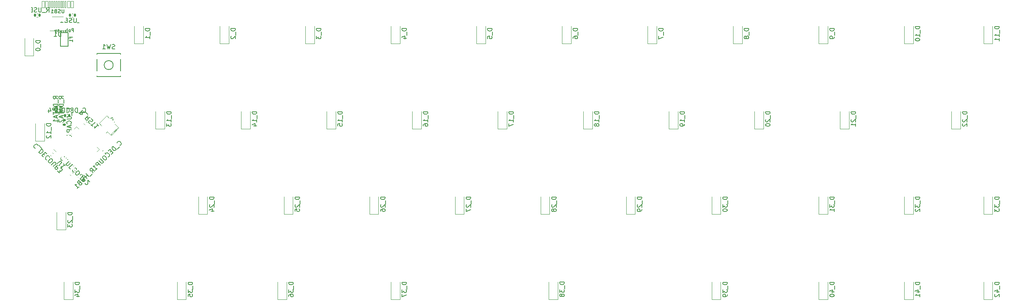
<source format=gbo>
%TF.GenerationSoftware,KiCad,Pcbnew,(5.99.0-10539-g7356f9568d)*%
%TF.CreationDate,2021-05-12T00:16:57+03:00*%
%TF.ProjectId,keyboard,6b657962-6f61-4726-942e-6b696361645f,rev?*%
%TF.SameCoordinates,Original*%
%TF.FileFunction,Legend,Bot*%
%TF.FilePolarity,Positive*%
%FSLAX46Y46*%
G04 Gerber Fmt 4.6, Leading zero omitted, Abs format (unit mm)*
G04 Created by KiCad (PCBNEW (5.99.0-10539-g7356f9568d)) date 2021-05-12 00:16:57*
%MOMM*%
%LPD*%
G01*
G04 APERTURE LIST*
G04 Aperture macros list*
%AMRoundRect*
0 Rectangle with rounded corners*
0 $1 Rounding radius*
0 $2 $3 $4 $5 $6 $7 $8 $9 X,Y pos of 4 corners*
0 Add a 4 corners polygon primitive as box body*
4,1,4,$2,$3,$4,$5,$6,$7,$8,$9,$2,$3,0*
0 Add four circle primitives for the rounded corners*
1,1,$1+$1,$2,$3*
1,1,$1+$1,$4,$5*
1,1,$1+$1,$6,$7*
1,1,$1+$1,$8,$9*
0 Add four rect primitives between the rounded corners*
20,1,$1+$1,$2,$3,$4,$5,0*
20,1,$1+$1,$4,$5,$6,$7,0*
20,1,$1+$1,$6,$7,$8,$9,0*
20,1,$1+$1,$8,$9,$2,$3,0*%
%AMHorizOval*
0 Thick line with rounded ends*
0 $1 width*
0 $2 $3 position (X,Y) of the first rounded end (center of the circle)*
0 $4 $5 position (X,Y) of the second rounded end (center of the circle)*
0 Add line between two ends*
20,1,$1,$2,$3,$4,$5,0*
0 Add two circle primitives to create the rounded ends*
1,1,$1,$2,$3*
1,1,$1,$4,$5*%
%AMRotRect*
0 Rectangle, with rotation*
0 The origin of the aperture is its center*
0 $1 length*
0 $2 width*
0 $3 Rotation angle, in degrees counterclockwise*
0 Add horizontal line*
21,1,$1,$2,0,0,$3*%
G04 Aperture macros list end*
%ADD10C,0.150000*%
%ADD11C,0.200000*%
%ADD12C,0.120000*%
%ADD13C,1.750000*%
%ADD14C,3.987800*%
%ADD15HorizOval,2.300000X0.647898X0.694786X-0.647898X-0.694786X0*%
%ADD16HorizOval,2.300000X0.015701X0.299589X-0.015701X-0.299589X0*%
%ADD17R,1.300000X0.700000*%
%ADD18O,1.100000X1.700000*%
%ADD19O,1.100000X2.200000*%
%ADD20C,0.750000*%
%ADD21RoundRect,0.050000X-0.150000X-0.725000X0.150000X-0.725000X0.150000X0.725000X-0.150000X0.725000X0*%
%ADD22RoundRect,0.050000X-0.300000X-0.725000X0.300000X-0.725000X0.300000X0.725000X-0.300000X0.725000X0*%
%ADD23RotRect,0.400000X1.900000X135.000000*%
%ADD24RoundRect,0.062500X-0.380070X0.291682X0.291682X-0.380070X0.380070X-0.291682X-0.291682X0.380070X0*%
%ADD25RoundRect,0.062500X-0.380070X-0.291682X-0.291682X-0.380070X0.380070X0.291682X0.291682X0.380070X0*%
%ADD26RotRect,5.200000X5.200000X315.000000*%
%ADD27R,1.800000X1.100000*%
%ADD28RoundRect,0.135000X0.135000X0.185000X-0.135000X0.185000X-0.135000X-0.185000X0.135000X-0.185000X0*%
%ADD29RoundRect,0.135000X-0.135000X-0.185000X0.135000X-0.185000X0.135000X0.185000X-0.135000X0.185000X0*%
%ADD30RoundRect,0.135000X0.226274X0.035355X0.035355X0.226274X-0.226274X-0.035355X-0.035355X-0.226274X0*%
%ADD31RoundRect,0.135000X0.035355X-0.226274X0.226274X-0.035355X-0.035355X0.226274X-0.226274X0.035355X0*%
%ADD32RoundRect,0.135000X0.185000X-0.135000X0.185000X0.135000X-0.185000X0.135000X-0.185000X-0.135000X0*%
%ADD33RoundRect,0.135000X-0.185000X0.135000X-0.185000X-0.135000X0.185000X-0.135000X0.185000X0.135000X0*%
%ADD34R,1.400000X1.200000*%
%ADD35R,1.400000X1.000000*%
%ADD36RoundRect,0.140000X0.170000X-0.140000X0.170000X0.140000X-0.170000X0.140000X-0.170000X-0.140000X0*%
%ADD37RoundRect,0.140000X0.140000X0.170000X-0.140000X0.170000X-0.140000X-0.170000X0.140000X-0.170000X0*%
%ADD38RoundRect,0.140000X-0.219203X-0.021213X-0.021213X-0.219203X0.219203X0.021213X0.021213X0.219203X0*%
%ADD39RoundRect,0.140000X0.219203X0.021213X0.021213X0.219203X-0.219203X-0.021213X-0.021213X-0.219203X0*%
%ADD40RoundRect,0.140000X0.021213X-0.219203X0.219203X-0.021213X-0.021213X0.219203X-0.219203X0.021213X0*%
%ADD41C,3.048000*%
%ADD42R,1.200000X0.900000*%
G04 APERTURE END LIST*
D10*
X53744000Y-42856666D02*
X53744000Y-42623333D01*
X54110666Y-42623333D02*
X53410666Y-42623333D01*
X53410666Y-42956666D01*
X54110666Y-43590000D02*
X54110666Y-43190000D01*
X54110666Y-43390000D02*
X53410666Y-43390000D01*
X53510666Y-43323333D01*
X53577333Y-43256666D01*
X53610666Y-43190000D01*
X54320000Y-41374666D02*
X54320000Y-40674666D01*
X54053333Y-40674666D01*
X53986666Y-40708000D01*
X53953333Y-40741333D01*
X53920000Y-40808000D01*
X53920000Y-40908000D01*
X53953333Y-40974666D01*
X53986666Y-41008000D01*
X54053333Y-41041333D01*
X54320000Y-41041333D01*
X53520000Y-41374666D02*
X53586666Y-41341333D01*
X53620000Y-41308000D01*
X53653333Y-41241333D01*
X53653333Y-41041333D01*
X53620000Y-40974666D01*
X53586666Y-40941333D01*
X53520000Y-40908000D01*
X53420000Y-40908000D01*
X53353333Y-40941333D01*
X53320000Y-40974666D01*
X53286666Y-41041333D01*
X53286666Y-41241333D01*
X53320000Y-41308000D01*
X53353333Y-41341333D01*
X53420000Y-41374666D01*
X53520000Y-41374666D01*
X52886666Y-41374666D02*
X52953333Y-41341333D01*
X52986666Y-41274666D01*
X52986666Y-40674666D01*
X52686666Y-40908000D02*
X52520000Y-41374666D01*
X52353333Y-40908000D02*
X52520000Y-41374666D01*
X52586666Y-41541333D01*
X52620000Y-41574666D01*
X52686666Y-41608000D01*
X52186666Y-40908000D02*
X51920000Y-40908000D01*
X52086666Y-41374666D02*
X52086666Y-40774666D01*
X52053333Y-40708000D01*
X51986666Y-40674666D01*
X51920000Y-40674666D01*
X51386666Y-40908000D02*
X51386666Y-41374666D01*
X51686666Y-40908000D02*
X51686666Y-41274666D01*
X51653333Y-41341333D01*
X51586666Y-41374666D01*
X51486666Y-41374666D01*
X51420000Y-41341333D01*
X51386666Y-41308000D01*
X51086666Y-41341333D02*
X51020000Y-41374666D01*
X50886666Y-41374666D01*
X50820000Y-41341333D01*
X50786666Y-41274666D01*
X50786666Y-41241333D01*
X50820000Y-41174666D01*
X50886666Y-41141333D01*
X50986666Y-41141333D01*
X51053333Y-41108000D01*
X51086666Y-41041333D01*
X51086666Y-41008000D01*
X51053333Y-40941333D01*
X50986666Y-40908000D01*
X50886666Y-40908000D01*
X50820000Y-40941333D01*
X50220000Y-41341333D02*
X50286666Y-41374666D01*
X50420000Y-41374666D01*
X50486666Y-41341333D01*
X50520000Y-41274666D01*
X50520000Y-41008000D01*
X50486666Y-40941333D01*
X50420000Y-40908000D01*
X50286666Y-40908000D01*
X50220000Y-40941333D01*
X50186666Y-41008000D01*
X50186666Y-41074666D01*
X50520000Y-41141333D01*
X52190476Y-36399404D02*
X52190476Y-37047023D01*
X52152380Y-37123214D01*
X52114285Y-37161309D01*
X52038095Y-37199404D01*
X51885714Y-37199404D01*
X51809523Y-37161309D01*
X51771428Y-37123214D01*
X51733333Y-37047023D01*
X51733333Y-36399404D01*
X51390476Y-37161309D02*
X51276190Y-37199404D01*
X51085714Y-37199404D01*
X51009523Y-37161309D01*
X50971428Y-37123214D01*
X50933333Y-37047023D01*
X50933333Y-36970833D01*
X50971428Y-36894642D01*
X51009523Y-36856547D01*
X51085714Y-36818452D01*
X51238095Y-36780357D01*
X51314285Y-36742261D01*
X51352380Y-36704166D01*
X51390476Y-36627976D01*
X51390476Y-36551785D01*
X51352380Y-36475595D01*
X51314285Y-36437500D01*
X51238095Y-36399404D01*
X51047619Y-36399404D01*
X50933333Y-36437500D01*
X50323809Y-36780357D02*
X50209523Y-36818452D01*
X50171428Y-36856547D01*
X50133333Y-36932738D01*
X50133333Y-37047023D01*
X50171428Y-37123214D01*
X50209523Y-37161309D01*
X50285714Y-37199404D01*
X50590476Y-37199404D01*
X50590476Y-36399404D01*
X50323809Y-36399404D01*
X50247619Y-36437500D01*
X50209523Y-36475595D01*
X50171428Y-36551785D01*
X50171428Y-36627976D01*
X50209523Y-36704166D01*
X50247619Y-36742261D01*
X50323809Y-36780357D01*
X50590476Y-36780357D01*
X49371428Y-37199404D02*
X49828571Y-37199404D01*
X49600000Y-37199404D02*
X49600000Y-36399404D01*
X49676190Y-36513690D01*
X49752380Y-36589880D01*
X49828571Y-36627976D01*
X63210660Y-60535904D02*
X63547378Y-60199186D01*
X62604569Y-60670591D02*
X63210660Y-60535904D01*
X63075973Y-61141995D01*
X64389171Y-61040980D02*
X63985110Y-60636919D01*
X64187141Y-60838950D02*
X63480034Y-61546056D01*
X63513706Y-61377698D01*
X63513706Y-61243011D01*
X63480034Y-61141995D01*
X50643569Y-70904468D02*
X51215989Y-70332048D01*
X51317004Y-70298376D01*
X51384348Y-70298376D01*
X51485363Y-70332048D01*
X51620050Y-70466735D01*
X51653722Y-70567750D01*
X51653722Y-70635094D01*
X51620050Y-70736109D01*
X51047630Y-71308529D01*
X52461844Y-71308529D02*
X52057783Y-70904468D01*
X52259813Y-71106498D02*
X51552707Y-71813605D01*
X51586378Y-71645246D01*
X51586378Y-71510559D01*
X51552707Y-71409544D01*
X63493333Y-45170761D02*
X63350476Y-45218380D01*
X63112380Y-45218380D01*
X63017142Y-45170761D01*
X62969523Y-45123142D01*
X62921904Y-45027904D01*
X62921904Y-44932666D01*
X62969523Y-44837428D01*
X63017142Y-44789809D01*
X63112380Y-44742190D01*
X63302857Y-44694571D01*
X63398095Y-44646952D01*
X63445714Y-44599333D01*
X63493333Y-44504095D01*
X63493333Y-44408857D01*
X63445714Y-44313619D01*
X63398095Y-44266000D01*
X63302857Y-44218380D01*
X63064761Y-44218380D01*
X62921904Y-44266000D01*
X62588571Y-44218380D02*
X62350476Y-45218380D01*
X62160000Y-44504095D01*
X61969523Y-45218380D01*
X61731428Y-44218380D01*
X60826666Y-45218380D02*
X61398095Y-45218380D01*
X61112380Y-45218380D02*
X61112380Y-44218380D01*
X61207619Y-44361238D01*
X61302857Y-44456476D01*
X61398095Y-44504095D01*
X48327619Y-36992380D02*
X48660952Y-36516190D01*
X48899047Y-36992380D02*
X48899047Y-35992380D01*
X48518095Y-35992380D01*
X48422857Y-36040000D01*
X48375238Y-36087619D01*
X48327619Y-36182857D01*
X48327619Y-36325714D01*
X48375238Y-36420952D01*
X48422857Y-36468571D01*
X48518095Y-36516190D01*
X48899047Y-36516190D01*
X48137142Y-37087619D02*
X47375238Y-37087619D01*
X47137142Y-35992380D02*
X47137142Y-36801904D01*
X47089523Y-36897142D01*
X47041904Y-36944761D01*
X46946666Y-36992380D01*
X46756190Y-36992380D01*
X46660952Y-36944761D01*
X46613333Y-36897142D01*
X46565714Y-36801904D01*
X46565714Y-35992380D01*
X46137142Y-36944761D02*
X45994285Y-36992380D01*
X45756190Y-36992380D01*
X45660952Y-36944761D01*
X45613333Y-36897142D01*
X45565714Y-36801904D01*
X45565714Y-36706666D01*
X45613333Y-36611428D01*
X45660952Y-36563809D01*
X45756190Y-36516190D01*
X45946666Y-36468571D01*
X46041904Y-36420952D01*
X46089523Y-36373333D01*
X46137142Y-36278095D01*
X46137142Y-36182857D01*
X46089523Y-36087619D01*
X46041904Y-36040000D01*
X45946666Y-35992380D01*
X45708571Y-35992380D01*
X45565714Y-36040000D01*
X44803809Y-36468571D02*
X44660952Y-36516190D01*
X44613333Y-36563809D01*
X44565714Y-36659047D01*
X44565714Y-36801904D01*
X44613333Y-36897142D01*
X44660952Y-36944761D01*
X44756190Y-36992380D01*
X45137142Y-36992380D01*
X45137142Y-35992380D01*
X44803809Y-35992380D01*
X44708571Y-36040000D01*
X44660952Y-36087619D01*
X44613333Y-36182857D01*
X44613333Y-36278095D01*
X44660952Y-36373333D01*
X44708571Y-36420952D01*
X44803809Y-36468571D01*
X45137142Y-36468571D01*
X44184761Y-36087619D02*
X44137142Y-36040000D01*
X44041904Y-35992380D01*
X43803809Y-35992380D01*
X43708571Y-36040000D01*
X43660952Y-36087619D01*
X43613333Y-36182857D01*
X43613333Y-36278095D01*
X43660952Y-36420952D01*
X44232380Y-36992380D01*
X43613333Y-36992380D01*
X56137619Y-39312380D02*
X56470952Y-38836190D01*
X56709047Y-39312380D02*
X56709047Y-38312380D01*
X56328095Y-38312380D01*
X56232857Y-38360000D01*
X56185238Y-38407619D01*
X56137619Y-38502857D01*
X56137619Y-38645714D01*
X56185238Y-38740952D01*
X56232857Y-38788571D01*
X56328095Y-38836190D01*
X56709047Y-38836190D01*
X55947142Y-39407619D02*
X55185238Y-39407619D01*
X54947142Y-38312380D02*
X54947142Y-39121904D01*
X54899523Y-39217142D01*
X54851904Y-39264761D01*
X54756666Y-39312380D01*
X54566190Y-39312380D01*
X54470952Y-39264761D01*
X54423333Y-39217142D01*
X54375714Y-39121904D01*
X54375714Y-38312380D01*
X53947142Y-39264761D02*
X53804285Y-39312380D01*
X53566190Y-39312380D01*
X53470952Y-39264761D01*
X53423333Y-39217142D01*
X53375714Y-39121904D01*
X53375714Y-39026666D01*
X53423333Y-38931428D01*
X53470952Y-38883809D01*
X53566190Y-38836190D01*
X53756666Y-38788571D01*
X53851904Y-38740952D01*
X53899523Y-38693333D01*
X53947142Y-38598095D01*
X53947142Y-38502857D01*
X53899523Y-38407619D01*
X53851904Y-38360000D01*
X53756666Y-38312380D01*
X53518571Y-38312380D01*
X53375714Y-38360000D01*
X52613809Y-38788571D02*
X52470952Y-38836190D01*
X52423333Y-38883809D01*
X52375714Y-38979047D01*
X52375714Y-39121904D01*
X52423333Y-39217142D01*
X52470952Y-39264761D01*
X52566190Y-39312380D01*
X52947142Y-39312380D01*
X52947142Y-38312380D01*
X52613809Y-38312380D01*
X52518571Y-38360000D01*
X52470952Y-38407619D01*
X52423333Y-38502857D01*
X52423333Y-38598095D01*
X52470952Y-38693333D01*
X52518571Y-38740952D01*
X52613809Y-38788571D01*
X52947142Y-38788571D01*
X51423333Y-39312380D02*
X51994761Y-39312380D01*
X51709047Y-39312380D02*
X51709047Y-38312380D01*
X51804285Y-38455238D01*
X51899523Y-38550476D01*
X51994761Y-38598095D01*
X56780326Y-59275933D02*
X56207906Y-59376948D01*
X56376265Y-58871872D02*
X55669158Y-59578979D01*
X55938532Y-59848353D01*
X56039548Y-59882024D01*
X56106891Y-59882024D01*
X56207906Y-59848353D01*
X56308922Y-59747337D01*
X56342593Y-59646322D01*
X56342593Y-59578979D01*
X56308922Y-59477963D01*
X56039548Y-59208589D01*
X56982357Y-59343276D02*
X57521105Y-59882024D01*
X58026181Y-60521788D02*
X57453761Y-60622803D01*
X57622120Y-60117727D02*
X56915013Y-60824833D01*
X57184387Y-61094207D01*
X57285402Y-61127879D01*
X57352746Y-61127879D01*
X57453761Y-61094207D01*
X57554776Y-60993192D01*
X57588448Y-60892177D01*
X57588448Y-60824833D01*
X57554776Y-60723818D01*
X57285402Y-60454444D01*
X58261883Y-60824833D02*
X58396570Y-60892177D01*
X58564929Y-61060536D01*
X58598601Y-61161551D01*
X58598601Y-61228894D01*
X58564929Y-61329910D01*
X58497585Y-61397253D01*
X58396570Y-61430925D01*
X58329227Y-61430925D01*
X58228211Y-61397253D01*
X58059853Y-61296238D01*
X57958837Y-61262566D01*
X57891494Y-61262566D01*
X57790479Y-61296238D01*
X57723135Y-61363581D01*
X57689463Y-61464597D01*
X57689463Y-61531940D01*
X57723135Y-61632955D01*
X57891494Y-61801314D01*
X58026181Y-61868658D01*
X58194540Y-62104360D02*
X58598601Y-62508421D01*
X59103677Y-61599284D02*
X58396570Y-62306390D01*
X59911799Y-62407406D02*
X59507738Y-62003345D01*
X59709768Y-62205375D02*
X59002662Y-62912482D01*
X59036333Y-62744123D01*
X59036333Y-62609436D01*
X59002662Y-62508421D01*
X58622425Y-72931967D02*
X58521410Y-72359548D01*
X59026486Y-72527906D02*
X58319379Y-71820800D01*
X58050005Y-72090174D01*
X58016333Y-72191189D01*
X58016333Y-72258532D01*
X58050005Y-72359548D01*
X58151020Y-72460563D01*
X58252036Y-72494235D01*
X58319379Y-72494235D01*
X58420394Y-72460563D01*
X58689768Y-72191189D01*
X58555081Y-73133998D02*
X58016333Y-73672746D01*
X57780631Y-73773761D02*
X57073524Y-73066654D01*
X57410242Y-73403372D02*
X57006181Y-73807433D01*
X57376570Y-74177822D02*
X56669463Y-73470715D01*
X56400089Y-73740089D02*
X56938837Y-74615555D01*
X56299074Y-74245166D01*
X56669463Y-74884929D01*
X55793998Y-74346181D01*
X55625639Y-75187975D02*
X55558296Y-75322662D01*
X55558296Y-75390005D01*
X55591967Y-75491020D01*
X55692983Y-75592036D01*
X55793998Y-75625707D01*
X55861341Y-75625707D01*
X55962357Y-75592036D01*
X56231731Y-75322662D01*
X55524624Y-74615555D01*
X55288922Y-74851257D01*
X55255250Y-74952272D01*
X55255250Y-75019616D01*
X55288922Y-75120631D01*
X55356265Y-75187975D01*
X55457280Y-75221646D01*
X55524624Y-75221646D01*
X55625639Y-75187975D01*
X55861341Y-74952272D01*
X55154235Y-76400158D02*
X55558296Y-75996097D01*
X55356265Y-76198127D02*
X54649158Y-75491020D01*
X54817517Y-75524692D01*
X54952204Y-75524692D01*
X55053219Y-75491020D01*
X52072380Y-56354285D02*
X51596190Y-56020952D01*
X52072380Y-55782857D02*
X51072380Y-55782857D01*
X51072380Y-56163809D01*
X51120000Y-56259047D01*
X51167619Y-56306666D01*
X51262857Y-56354285D01*
X51405714Y-56354285D01*
X51500952Y-56306666D01*
X51548571Y-56259047D01*
X51596190Y-56163809D01*
X51596190Y-55782857D01*
X52167619Y-56544761D02*
X52167619Y-57306666D01*
X52072380Y-57544761D02*
X51072380Y-57544761D01*
X51072380Y-57782857D01*
X51120000Y-57925714D01*
X51215238Y-58020952D01*
X51310476Y-58068571D01*
X51500952Y-58116190D01*
X51643809Y-58116190D01*
X51834285Y-58068571D01*
X51929523Y-58020952D01*
X52024761Y-57925714D01*
X52072380Y-57782857D01*
X52072380Y-57544761D01*
X51786666Y-58497142D02*
X51786666Y-58973333D01*
X52072380Y-58401904D02*
X51072380Y-58735238D01*
X52072380Y-59068571D01*
X51072380Y-59259047D02*
X51072380Y-59830476D01*
X52072380Y-59544761D02*
X51072380Y-59544761D01*
X51786666Y-60116190D02*
X51786666Y-60592380D01*
X52072380Y-60020952D02*
X51072380Y-60354285D01*
X52072380Y-60687619D01*
X51167619Y-60973333D02*
X51120000Y-61020952D01*
X51072380Y-61116190D01*
X51072380Y-61354285D01*
X51120000Y-61449523D01*
X51167619Y-61497142D01*
X51262857Y-61544761D01*
X51358095Y-61544761D01*
X51500952Y-61497142D01*
X52072380Y-60925714D01*
X52072380Y-61544761D01*
X50822380Y-56354285D02*
X50346190Y-56020952D01*
X50822380Y-55782857D02*
X49822380Y-55782857D01*
X49822380Y-56163809D01*
X49870000Y-56259047D01*
X49917619Y-56306666D01*
X50012857Y-56354285D01*
X50155714Y-56354285D01*
X50250952Y-56306666D01*
X50298571Y-56259047D01*
X50346190Y-56163809D01*
X50346190Y-55782857D01*
X50917619Y-56544761D02*
X50917619Y-57306666D01*
X50822380Y-57544761D02*
X49822380Y-57544761D01*
X49822380Y-57782857D01*
X49870000Y-57925714D01*
X49965238Y-58020952D01*
X50060476Y-58068571D01*
X50250952Y-58116190D01*
X50393809Y-58116190D01*
X50584285Y-58068571D01*
X50679523Y-58020952D01*
X50774761Y-57925714D01*
X50822380Y-57782857D01*
X50822380Y-57544761D01*
X50536666Y-58497142D02*
X50536666Y-58973333D01*
X50822380Y-58401904D02*
X49822380Y-58735238D01*
X50822380Y-59068571D01*
X49822380Y-59259047D02*
X49822380Y-59830476D01*
X50822380Y-59544761D02*
X49822380Y-59544761D01*
X50536666Y-60116190D02*
X50536666Y-60592380D01*
X50822380Y-60020952D02*
X49822380Y-60354285D01*
X50822380Y-60687619D01*
X50822380Y-61544761D02*
X50822380Y-60973333D01*
X50822380Y-61259047D02*
X49822380Y-61259047D01*
X49965238Y-61163809D01*
X50060476Y-61068571D01*
X50108095Y-60973333D01*
X51548095Y-42422380D02*
X51548095Y-41422380D01*
X51310000Y-41422380D01*
X51167142Y-41470000D01*
X51071904Y-41565238D01*
X51024285Y-41660476D01*
X50976666Y-41850952D01*
X50976666Y-41993809D01*
X51024285Y-42184285D01*
X51071904Y-42279523D01*
X51167142Y-42374761D01*
X51310000Y-42422380D01*
X51548095Y-42422380D01*
X50024285Y-42422380D02*
X50595714Y-42422380D01*
X50310000Y-42422380D02*
X50310000Y-41422380D01*
X50405238Y-41565238D01*
X50500476Y-41660476D01*
X50595714Y-41708095D01*
X53747142Y-59140000D02*
X53794761Y-59092380D01*
X53842380Y-58949523D01*
X53842380Y-58854285D01*
X53794761Y-58711428D01*
X53699523Y-58616190D01*
X53604285Y-58568571D01*
X53413809Y-58520952D01*
X53270952Y-58520952D01*
X53080476Y-58568571D01*
X52985238Y-58616190D01*
X52890000Y-58711428D01*
X52842380Y-58854285D01*
X52842380Y-58949523D01*
X52890000Y-59092380D01*
X52937619Y-59140000D01*
X53937619Y-59330476D02*
X53937619Y-60092380D01*
X52842380Y-60330476D02*
X53651904Y-60330476D01*
X53747142Y-60378095D01*
X53794761Y-60425714D01*
X53842380Y-60520952D01*
X53842380Y-60711428D01*
X53794761Y-60806666D01*
X53747142Y-60854285D01*
X53651904Y-60901904D01*
X52842380Y-60901904D01*
X53747142Y-61949523D02*
X53794761Y-61901904D01*
X53842380Y-61759047D01*
X53842380Y-61663809D01*
X53794761Y-61520952D01*
X53699523Y-61425714D01*
X53604285Y-61378095D01*
X53413809Y-61330476D01*
X53270952Y-61330476D01*
X53080476Y-61378095D01*
X52985238Y-61425714D01*
X52890000Y-61520952D01*
X52842380Y-61663809D01*
X52842380Y-61759047D01*
X52890000Y-61901904D01*
X52937619Y-61949523D01*
X53556666Y-62330476D02*
X53556666Y-62806666D01*
X53842380Y-62235238D02*
X52842380Y-62568571D01*
X53842380Y-62901904D01*
X53842380Y-63235238D02*
X52842380Y-63235238D01*
X52842380Y-63616190D01*
X52890000Y-63711428D01*
X52937619Y-63759047D01*
X53032857Y-63806666D01*
X53175714Y-63806666D01*
X53270952Y-63759047D01*
X53318571Y-63711428D01*
X53366190Y-63616190D01*
X53366190Y-63235238D01*
X53842380Y-64759047D02*
X53842380Y-64187619D01*
X53842380Y-64473333D02*
X52842380Y-64473333D01*
X52985238Y-64378095D01*
X53080476Y-64282857D01*
X53128095Y-64187619D01*
X56427619Y-59307142D02*
X56475238Y-59354761D01*
X56618095Y-59402380D01*
X56713333Y-59402380D01*
X56856190Y-59354761D01*
X56951428Y-59259523D01*
X56999047Y-59164285D01*
X57046666Y-58973809D01*
X57046666Y-58830952D01*
X56999047Y-58640476D01*
X56951428Y-58545238D01*
X56856190Y-58450000D01*
X56713333Y-58402380D01*
X56618095Y-58402380D01*
X56475238Y-58450000D01*
X56427619Y-58497619D01*
X56237142Y-59497619D02*
X55475238Y-59497619D01*
X55237142Y-59402380D02*
X55237142Y-58402380D01*
X54999047Y-58402380D01*
X54856190Y-58450000D01*
X54760952Y-58545238D01*
X54713333Y-58640476D01*
X54665714Y-58830952D01*
X54665714Y-58973809D01*
X54713333Y-59164285D01*
X54760952Y-59259523D01*
X54856190Y-59354761D01*
X54999047Y-59402380D01*
X55237142Y-59402380D01*
X54237142Y-58878571D02*
X53903809Y-58878571D01*
X53760952Y-59402380D02*
X54237142Y-59402380D01*
X54237142Y-58402380D01*
X53760952Y-58402380D01*
X52760952Y-59307142D02*
X52808571Y-59354761D01*
X52951428Y-59402380D01*
X53046666Y-59402380D01*
X53189523Y-59354761D01*
X53284761Y-59259523D01*
X53332380Y-59164285D01*
X53380000Y-58973809D01*
X53380000Y-58830952D01*
X53332380Y-58640476D01*
X53284761Y-58545238D01*
X53189523Y-58450000D01*
X53046666Y-58402380D01*
X52951428Y-58402380D01*
X52808571Y-58450000D01*
X52760952Y-58497619D01*
X52141904Y-58402380D02*
X51951428Y-58402380D01*
X51856190Y-58450000D01*
X51760952Y-58545238D01*
X51713333Y-58735714D01*
X51713333Y-59069047D01*
X51760952Y-59259523D01*
X51856190Y-59354761D01*
X51951428Y-59402380D01*
X52141904Y-59402380D01*
X52237142Y-59354761D01*
X52332380Y-59259523D01*
X52380000Y-59069047D01*
X52380000Y-58735714D01*
X52332380Y-58545238D01*
X52237142Y-58450000D01*
X52141904Y-58402380D01*
X51284761Y-58402380D02*
X51284761Y-59211904D01*
X51237142Y-59307142D01*
X51189523Y-59354761D01*
X51094285Y-59402380D01*
X50903809Y-59402380D01*
X50808571Y-59354761D01*
X50760952Y-59307142D01*
X50713333Y-59211904D01*
X50713333Y-58402380D01*
X50237142Y-59402380D02*
X50237142Y-58402380D01*
X49856190Y-58402380D01*
X49760952Y-58450000D01*
X49713333Y-58497619D01*
X49665714Y-58592857D01*
X49665714Y-58735714D01*
X49713333Y-58830952D01*
X49760952Y-58878571D01*
X49856190Y-58926190D01*
X50237142Y-58926190D01*
X48808571Y-58735714D02*
X48808571Y-59402380D01*
X49046666Y-58354761D02*
X49284761Y-59069047D01*
X48665714Y-59069047D01*
X46393748Y-66819160D02*
X46393748Y-66751816D01*
X46326405Y-66617129D01*
X46259061Y-66549786D01*
X46124374Y-66482442D01*
X45989687Y-66482442D01*
X45888672Y-66516114D01*
X45720313Y-66617129D01*
X45619298Y-66718145D01*
X45518283Y-66886503D01*
X45484611Y-66987519D01*
X45484611Y-67122206D01*
X45551954Y-67256893D01*
X45619298Y-67324236D01*
X45753985Y-67391580D01*
X45821328Y-67391580D01*
X46663122Y-66819160D02*
X47201870Y-67357908D01*
X47302885Y-67593610D02*
X46595779Y-68300717D01*
X46764137Y-68469076D01*
X46898824Y-68536419D01*
X47033511Y-68536419D01*
X47134527Y-68502747D01*
X47302885Y-68401732D01*
X47403901Y-68300717D01*
X47504916Y-68132358D01*
X47538588Y-68031343D01*
X47538588Y-67896656D01*
X47471244Y-67761969D01*
X47302885Y-67593610D01*
X47639603Y-68671106D02*
X47875305Y-68906808D01*
X48346710Y-68637434D02*
X48009992Y-68300717D01*
X47302885Y-69007824D01*
X47639603Y-69344541D01*
X48986473Y-69411885D02*
X48986473Y-69344541D01*
X48919130Y-69209854D01*
X48851786Y-69142511D01*
X48717099Y-69075167D01*
X48582412Y-69075167D01*
X48481397Y-69108839D01*
X48313038Y-69209854D01*
X48212023Y-69310869D01*
X48111007Y-69479228D01*
X48077336Y-69580244D01*
X48077336Y-69714931D01*
X48144679Y-69849618D01*
X48212023Y-69916961D01*
X48346710Y-69984305D01*
X48414053Y-69984305D01*
X48784443Y-70489381D02*
X48919130Y-70624068D01*
X49020145Y-70657740D01*
X49154832Y-70657740D01*
X49323191Y-70556724D01*
X49558893Y-70321022D01*
X49659908Y-70152663D01*
X49659908Y-70017976D01*
X49626236Y-69916961D01*
X49491549Y-69782274D01*
X49390534Y-69748602D01*
X49255847Y-69748602D01*
X49087488Y-69849618D01*
X48851786Y-70085320D01*
X48750771Y-70253679D01*
X48750771Y-70388366D01*
X48784443Y-70489381D01*
X49390534Y-71095472D02*
X49962954Y-70523053D01*
X50063969Y-70489381D01*
X50131313Y-70489381D01*
X50232328Y-70523053D01*
X50367015Y-70657740D01*
X50400687Y-70758755D01*
X50400687Y-70826098D01*
X50367015Y-70927114D01*
X49794595Y-71499533D01*
X50838419Y-71129144D02*
X50131313Y-71836251D01*
X50400687Y-72105625D01*
X50501702Y-72139297D01*
X50569045Y-72139297D01*
X50670061Y-72105625D01*
X50771076Y-72004610D01*
X50804748Y-71903594D01*
X50804748Y-71836251D01*
X50771076Y-71735236D01*
X50501702Y-71465862D01*
X50771076Y-72476014D02*
X51208809Y-72913747D01*
X51242480Y-72408671D01*
X51343496Y-72509686D01*
X51444511Y-72543358D01*
X51511854Y-72543358D01*
X51612870Y-72509686D01*
X51781228Y-72341327D01*
X51814900Y-72240312D01*
X51814900Y-72172968D01*
X51781228Y-72071953D01*
X51579198Y-71869923D01*
X51478183Y-71836251D01*
X51410839Y-71836251D01*
X52414236Y-69558672D02*
X52414236Y-69491328D01*
X52346893Y-69356641D01*
X52279549Y-69289298D01*
X52144862Y-69221954D01*
X52010175Y-69221954D01*
X51909160Y-69255626D01*
X51740801Y-69356641D01*
X51639786Y-69457657D01*
X51538771Y-69626015D01*
X51505099Y-69727031D01*
X51505099Y-69861718D01*
X51572442Y-69996405D01*
X51639786Y-70063748D01*
X51774473Y-70131092D01*
X51841816Y-70131092D01*
X52683610Y-69558672D02*
X53222358Y-70097420D01*
X53323373Y-70333122D02*
X52616267Y-71040229D01*
X52784625Y-71208588D01*
X52919312Y-71275931D01*
X53053999Y-71275931D01*
X53155015Y-71242259D01*
X53323373Y-71141244D01*
X53424389Y-71040229D01*
X53525404Y-70871870D01*
X53559076Y-70770855D01*
X53559076Y-70636168D01*
X53491732Y-70501481D01*
X53323373Y-70333122D01*
X53660091Y-71410618D02*
X53895793Y-71646320D01*
X54367198Y-71376946D02*
X54030480Y-71040229D01*
X53323373Y-71747336D01*
X53660091Y-72084053D01*
X55006961Y-72151397D02*
X55006961Y-72084053D01*
X54939618Y-71949366D01*
X54872274Y-71882023D01*
X54737587Y-71814679D01*
X54602900Y-71814679D01*
X54501885Y-71848351D01*
X54333526Y-71949366D01*
X54232511Y-72050381D01*
X54131495Y-72218740D01*
X54097824Y-72319756D01*
X54097824Y-72454443D01*
X54165167Y-72589130D01*
X54232511Y-72656473D01*
X54367198Y-72723817D01*
X54434541Y-72723817D01*
X54804931Y-73228893D02*
X54939618Y-73363580D01*
X55040633Y-73397252D01*
X55175320Y-73397252D01*
X55343679Y-73296236D01*
X55579381Y-73060534D01*
X55680396Y-72892175D01*
X55680396Y-72757488D01*
X55646724Y-72656473D01*
X55512037Y-72521786D01*
X55411022Y-72488114D01*
X55276335Y-72488114D01*
X55107976Y-72589130D01*
X54872274Y-72824832D01*
X54771259Y-72993191D01*
X54771259Y-73127878D01*
X54804931Y-73228893D01*
X55411022Y-73834984D02*
X55983442Y-73262565D01*
X56084457Y-73228893D01*
X56151801Y-73228893D01*
X56252816Y-73262565D01*
X56387503Y-73397252D01*
X56421175Y-73498267D01*
X56421175Y-73565610D01*
X56387503Y-73666626D01*
X55815083Y-74239045D01*
X56858907Y-73868656D02*
X56151801Y-74575763D01*
X56421175Y-74845137D01*
X56522190Y-74878809D01*
X56589533Y-74878809D01*
X56690549Y-74845137D01*
X56791564Y-74744122D01*
X56825236Y-74643106D01*
X56825236Y-74575763D01*
X56791564Y-74474748D01*
X56522190Y-74205374D01*
X56892579Y-75181854D02*
X56892579Y-75249198D01*
X56926251Y-75350213D01*
X57094610Y-75518572D01*
X57195625Y-75552244D01*
X57262968Y-75552244D01*
X57363984Y-75518572D01*
X57431327Y-75451228D01*
X57498671Y-75316541D01*
X57498671Y-74508419D01*
X57936403Y-74946152D01*
X64621327Y-66754236D02*
X64688671Y-66754236D01*
X64823358Y-66686893D01*
X64890701Y-66619549D01*
X64958045Y-66484862D01*
X64958045Y-66350175D01*
X64924373Y-66249160D01*
X64823358Y-66080801D01*
X64722342Y-65979786D01*
X64553984Y-65878771D01*
X64452968Y-65845099D01*
X64318281Y-65845099D01*
X64183594Y-65912442D01*
X64116251Y-65979786D01*
X64048907Y-66114473D01*
X64048907Y-66181816D01*
X64621327Y-67023610D02*
X64082579Y-67562358D01*
X63846877Y-67663373D02*
X63139770Y-66956267D01*
X62971411Y-67124625D01*
X62904068Y-67259312D01*
X62904068Y-67393999D01*
X62937740Y-67495015D01*
X63038755Y-67663373D01*
X63139770Y-67764389D01*
X63308129Y-67865404D01*
X63409144Y-67899076D01*
X63543831Y-67899076D01*
X63678518Y-67831732D01*
X63846877Y-67663373D01*
X62769381Y-68000091D02*
X62533679Y-68235793D01*
X62803053Y-68707198D02*
X63139770Y-68370480D01*
X62432663Y-67663373D01*
X62095946Y-68000091D01*
X62028602Y-69346961D02*
X62095946Y-69346961D01*
X62230633Y-69279618D01*
X62297976Y-69212274D01*
X62365320Y-69077587D01*
X62365320Y-68942900D01*
X62331648Y-68841885D01*
X62230633Y-68673526D01*
X62129618Y-68572511D01*
X61961259Y-68471495D01*
X61860243Y-68437824D01*
X61725556Y-68437824D01*
X61590869Y-68505167D01*
X61523526Y-68572511D01*
X61456182Y-68707198D01*
X61456182Y-68774541D01*
X60951106Y-69144931D02*
X60816419Y-69279618D01*
X60782747Y-69380633D01*
X60782747Y-69515320D01*
X60883763Y-69683679D01*
X61119465Y-69919381D01*
X61287824Y-70020396D01*
X61422511Y-70020396D01*
X61523526Y-69986724D01*
X61658213Y-69852037D01*
X61691885Y-69751022D01*
X61691885Y-69616335D01*
X61590869Y-69447976D01*
X61355167Y-69212274D01*
X61186808Y-69111259D01*
X61052121Y-69111259D01*
X60951106Y-69144931D01*
X60345015Y-69751022D02*
X60917434Y-70323442D01*
X60951106Y-70424457D01*
X60951106Y-70491801D01*
X60917434Y-70592816D01*
X60782747Y-70727503D01*
X60681732Y-70761175D01*
X60614389Y-70761175D01*
X60513373Y-70727503D01*
X59940954Y-70155083D01*
X60311343Y-71198907D02*
X59604236Y-70491801D01*
X59334862Y-70761175D01*
X59301190Y-70862190D01*
X59301190Y-70929533D01*
X59334862Y-71030549D01*
X59435877Y-71131564D01*
X59536893Y-71165236D01*
X59604236Y-71165236D01*
X59705251Y-71131564D01*
X59974625Y-70862190D01*
X59233847Y-72276403D02*
X59637908Y-71872342D01*
X59435877Y-72074373D02*
X58728771Y-71367266D01*
X58897129Y-71400938D01*
X59031816Y-71400938D01*
X59132832Y-71367266D01*
X46902380Y-43330952D02*
X45902380Y-43330952D01*
X45902380Y-43569047D01*
X45950000Y-43711904D01*
X46045238Y-43807142D01*
X46140476Y-43854761D01*
X46330952Y-43902380D01*
X46473809Y-43902380D01*
X46664285Y-43854761D01*
X46759523Y-43807142D01*
X46854761Y-43711904D01*
X46902380Y-43569047D01*
X46902380Y-43330952D01*
X46997619Y-44092857D02*
X46997619Y-44854761D01*
X45902380Y-45283333D02*
X45902380Y-45378571D01*
X45950000Y-45473809D01*
X45997619Y-45521428D01*
X46092857Y-45569047D01*
X46283333Y-45616666D01*
X46521428Y-45616666D01*
X46711904Y-45569047D01*
X46807142Y-45521428D01*
X46854761Y-45473809D01*
X46902380Y-45378571D01*
X46902380Y-45283333D01*
X46854761Y-45188095D01*
X46807142Y-45140476D01*
X46711904Y-45092857D01*
X46521428Y-45045238D01*
X46283333Y-45045238D01*
X46092857Y-45092857D01*
X45997619Y-45140476D01*
X45950000Y-45188095D01*
X45902380Y-45283333D01*
X71302380Y-40655952D02*
X70302380Y-40655952D01*
X70302380Y-40894047D01*
X70350000Y-41036904D01*
X70445238Y-41132142D01*
X70540476Y-41179761D01*
X70730952Y-41227380D01*
X70873809Y-41227380D01*
X71064285Y-41179761D01*
X71159523Y-41132142D01*
X71254761Y-41036904D01*
X71302380Y-40894047D01*
X71302380Y-40655952D01*
X71397619Y-41417857D02*
X71397619Y-42179761D01*
X71302380Y-42941666D02*
X71302380Y-42370238D01*
X71302380Y-42655952D02*
X70302380Y-42655952D01*
X70445238Y-42560714D01*
X70540476Y-42465476D01*
X70588095Y-42370238D01*
X90352380Y-40655952D02*
X89352380Y-40655952D01*
X89352380Y-40894047D01*
X89400000Y-41036904D01*
X89495238Y-41132142D01*
X89590476Y-41179761D01*
X89780952Y-41227380D01*
X89923809Y-41227380D01*
X90114285Y-41179761D01*
X90209523Y-41132142D01*
X90304761Y-41036904D01*
X90352380Y-40894047D01*
X90352380Y-40655952D01*
X90447619Y-41417857D02*
X90447619Y-42179761D01*
X89447619Y-42370238D02*
X89400000Y-42417857D01*
X89352380Y-42513095D01*
X89352380Y-42751190D01*
X89400000Y-42846428D01*
X89447619Y-42894047D01*
X89542857Y-42941666D01*
X89638095Y-42941666D01*
X89780952Y-42894047D01*
X90352380Y-42322619D01*
X90352380Y-42941666D01*
X109402380Y-40655952D02*
X108402380Y-40655952D01*
X108402380Y-40894047D01*
X108450000Y-41036904D01*
X108545238Y-41132142D01*
X108640476Y-41179761D01*
X108830952Y-41227380D01*
X108973809Y-41227380D01*
X109164285Y-41179761D01*
X109259523Y-41132142D01*
X109354761Y-41036904D01*
X109402380Y-40894047D01*
X109402380Y-40655952D01*
X109497619Y-41417857D02*
X109497619Y-42179761D01*
X108402380Y-42322619D02*
X108402380Y-42941666D01*
X108783333Y-42608333D01*
X108783333Y-42751190D01*
X108830952Y-42846428D01*
X108878571Y-42894047D01*
X108973809Y-42941666D01*
X109211904Y-42941666D01*
X109307142Y-42894047D01*
X109354761Y-42846428D01*
X109402380Y-42751190D01*
X109402380Y-42465476D01*
X109354761Y-42370238D01*
X109307142Y-42322619D01*
X128452380Y-40655952D02*
X127452380Y-40655952D01*
X127452380Y-40894047D01*
X127500000Y-41036904D01*
X127595238Y-41132142D01*
X127690476Y-41179761D01*
X127880952Y-41227380D01*
X128023809Y-41227380D01*
X128214285Y-41179761D01*
X128309523Y-41132142D01*
X128404761Y-41036904D01*
X128452380Y-40894047D01*
X128452380Y-40655952D01*
X128547619Y-41417857D02*
X128547619Y-42179761D01*
X127785714Y-42846428D02*
X128452380Y-42846428D01*
X127404761Y-42608333D02*
X128119047Y-42370238D01*
X128119047Y-42989285D01*
X147502380Y-40655952D02*
X146502380Y-40655952D01*
X146502380Y-40894047D01*
X146550000Y-41036904D01*
X146645238Y-41132142D01*
X146740476Y-41179761D01*
X146930952Y-41227380D01*
X147073809Y-41227380D01*
X147264285Y-41179761D01*
X147359523Y-41132142D01*
X147454761Y-41036904D01*
X147502380Y-40894047D01*
X147502380Y-40655952D01*
X147597619Y-41417857D02*
X147597619Y-42179761D01*
X146502380Y-42894047D02*
X146502380Y-42417857D01*
X146978571Y-42370238D01*
X146930952Y-42417857D01*
X146883333Y-42513095D01*
X146883333Y-42751190D01*
X146930952Y-42846428D01*
X146978571Y-42894047D01*
X147073809Y-42941666D01*
X147311904Y-42941666D01*
X147407142Y-42894047D01*
X147454761Y-42846428D01*
X147502380Y-42751190D01*
X147502380Y-42513095D01*
X147454761Y-42417857D01*
X147407142Y-42370238D01*
X166552380Y-40655952D02*
X165552380Y-40655952D01*
X165552380Y-40894047D01*
X165600000Y-41036904D01*
X165695238Y-41132142D01*
X165790476Y-41179761D01*
X165980952Y-41227380D01*
X166123809Y-41227380D01*
X166314285Y-41179761D01*
X166409523Y-41132142D01*
X166504761Y-41036904D01*
X166552380Y-40894047D01*
X166552380Y-40655952D01*
X166647619Y-41417857D02*
X166647619Y-42179761D01*
X165552380Y-42846428D02*
X165552380Y-42655952D01*
X165600000Y-42560714D01*
X165647619Y-42513095D01*
X165790476Y-42417857D01*
X165980952Y-42370238D01*
X166361904Y-42370238D01*
X166457142Y-42417857D01*
X166504761Y-42465476D01*
X166552380Y-42560714D01*
X166552380Y-42751190D01*
X166504761Y-42846428D01*
X166457142Y-42894047D01*
X166361904Y-42941666D01*
X166123809Y-42941666D01*
X166028571Y-42894047D01*
X165980952Y-42846428D01*
X165933333Y-42751190D01*
X165933333Y-42560714D01*
X165980952Y-42465476D01*
X166028571Y-42417857D01*
X166123809Y-42370238D01*
X185602380Y-40655952D02*
X184602380Y-40655952D01*
X184602380Y-40894047D01*
X184650000Y-41036904D01*
X184745238Y-41132142D01*
X184840476Y-41179761D01*
X185030952Y-41227380D01*
X185173809Y-41227380D01*
X185364285Y-41179761D01*
X185459523Y-41132142D01*
X185554761Y-41036904D01*
X185602380Y-40894047D01*
X185602380Y-40655952D01*
X185697619Y-41417857D02*
X185697619Y-42179761D01*
X184602380Y-42322619D02*
X184602380Y-42989285D01*
X185602380Y-42560714D01*
X204652380Y-40655952D02*
X203652380Y-40655952D01*
X203652380Y-40894047D01*
X203700000Y-41036904D01*
X203795238Y-41132142D01*
X203890476Y-41179761D01*
X204080952Y-41227380D01*
X204223809Y-41227380D01*
X204414285Y-41179761D01*
X204509523Y-41132142D01*
X204604761Y-41036904D01*
X204652380Y-40894047D01*
X204652380Y-40655952D01*
X204747619Y-41417857D02*
X204747619Y-42179761D01*
X204080952Y-42560714D02*
X204033333Y-42465476D01*
X203985714Y-42417857D01*
X203890476Y-42370238D01*
X203842857Y-42370238D01*
X203747619Y-42417857D01*
X203700000Y-42465476D01*
X203652380Y-42560714D01*
X203652380Y-42751190D01*
X203700000Y-42846428D01*
X203747619Y-42894047D01*
X203842857Y-42941666D01*
X203890476Y-42941666D01*
X203985714Y-42894047D01*
X204033333Y-42846428D01*
X204080952Y-42751190D01*
X204080952Y-42560714D01*
X204128571Y-42465476D01*
X204176190Y-42417857D01*
X204271428Y-42370238D01*
X204461904Y-42370238D01*
X204557142Y-42417857D01*
X204604761Y-42465476D01*
X204652380Y-42560714D01*
X204652380Y-42751190D01*
X204604761Y-42846428D01*
X204557142Y-42894047D01*
X204461904Y-42941666D01*
X204271428Y-42941666D01*
X204176190Y-42894047D01*
X204128571Y-42846428D01*
X204080952Y-42751190D01*
X223702380Y-40655952D02*
X222702380Y-40655952D01*
X222702380Y-40894047D01*
X222750000Y-41036904D01*
X222845238Y-41132142D01*
X222940476Y-41179761D01*
X223130952Y-41227380D01*
X223273809Y-41227380D01*
X223464285Y-41179761D01*
X223559523Y-41132142D01*
X223654761Y-41036904D01*
X223702380Y-40894047D01*
X223702380Y-40655952D01*
X223797619Y-41417857D02*
X223797619Y-42179761D01*
X223702380Y-42465476D02*
X223702380Y-42655952D01*
X223654761Y-42751190D01*
X223607142Y-42798809D01*
X223464285Y-42894047D01*
X223273809Y-42941666D01*
X222892857Y-42941666D01*
X222797619Y-42894047D01*
X222750000Y-42846428D01*
X222702380Y-42751190D01*
X222702380Y-42560714D01*
X222750000Y-42465476D01*
X222797619Y-42417857D01*
X222892857Y-42370238D01*
X223130952Y-42370238D01*
X223226190Y-42417857D01*
X223273809Y-42465476D01*
X223321428Y-42560714D01*
X223321428Y-42751190D01*
X223273809Y-42846428D01*
X223226190Y-42894047D01*
X223130952Y-42941666D01*
X242752380Y-40179761D02*
X241752380Y-40179761D01*
X241752380Y-40417857D01*
X241800000Y-40560714D01*
X241895238Y-40655952D01*
X241990476Y-40703571D01*
X242180952Y-40751190D01*
X242323809Y-40751190D01*
X242514285Y-40703571D01*
X242609523Y-40655952D01*
X242704761Y-40560714D01*
X242752380Y-40417857D01*
X242752380Y-40179761D01*
X242847619Y-40941666D02*
X242847619Y-41703571D01*
X242752380Y-42465476D02*
X242752380Y-41894047D01*
X242752380Y-42179761D02*
X241752380Y-42179761D01*
X241895238Y-42084523D01*
X241990476Y-41989285D01*
X242038095Y-41894047D01*
X241752380Y-43084523D02*
X241752380Y-43179761D01*
X241800000Y-43275000D01*
X241847619Y-43322619D01*
X241942857Y-43370238D01*
X242133333Y-43417857D01*
X242371428Y-43417857D01*
X242561904Y-43370238D01*
X242657142Y-43322619D01*
X242704761Y-43275000D01*
X242752380Y-43179761D01*
X242752380Y-43084523D01*
X242704761Y-42989285D01*
X242657142Y-42941666D01*
X242561904Y-42894047D01*
X242371428Y-42846428D01*
X242133333Y-42846428D01*
X241942857Y-42894047D01*
X241847619Y-42941666D01*
X241800000Y-42989285D01*
X241752380Y-43084523D01*
X260421130Y-40179761D02*
X259421130Y-40179761D01*
X259421130Y-40417857D01*
X259468750Y-40560714D01*
X259563988Y-40655952D01*
X259659226Y-40703571D01*
X259849702Y-40751190D01*
X259992559Y-40751190D01*
X260183035Y-40703571D01*
X260278273Y-40655952D01*
X260373511Y-40560714D01*
X260421130Y-40417857D01*
X260421130Y-40179761D01*
X260516369Y-40941666D02*
X260516369Y-41703571D01*
X260421130Y-42465476D02*
X260421130Y-41894047D01*
X260421130Y-42179761D02*
X259421130Y-42179761D01*
X259563988Y-42084523D01*
X259659226Y-41989285D01*
X259706845Y-41894047D01*
X260421130Y-43417857D02*
X260421130Y-42846428D01*
X260421130Y-43132142D02*
X259421130Y-43132142D01*
X259563988Y-43036904D01*
X259659226Y-42941666D01*
X259706845Y-42846428D01*
X49283630Y-61904761D02*
X48283630Y-61904761D01*
X48283630Y-62142857D01*
X48331250Y-62285714D01*
X48426488Y-62380952D01*
X48521726Y-62428571D01*
X48712202Y-62476190D01*
X48855059Y-62476190D01*
X49045535Y-62428571D01*
X49140773Y-62380952D01*
X49236011Y-62285714D01*
X49283630Y-62142857D01*
X49283630Y-61904761D01*
X49378869Y-62666666D02*
X49378869Y-63428571D01*
X49283630Y-64190476D02*
X49283630Y-63619047D01*
X49283630Y-63904761D02*
X48283630Y-63904761D01*
X48426488Y-63809523D01*
X48521726Y-63714285D01*
X48569345Y-63619047D01*
X48378869Y-64571428D02*
X48331250Y-64619047D01*
X48283630Y-64714285D01*
X48283630Y-64952380D01*
X48331250Y-65047619D01*
X48378869Y-65095238D01*
X48474107Y-65142857D01*
X48569345Y-65142857D01*
X48712202Y-65095238D01*
X49283630Y-64523809D01*
X49283630Y-65142857D01*
X76064880Y-59229761D02*
X75064880Y-59229761D01*
X75064880Y-59467857D01*
X75112500Y-59610714D01*
X75207738Y-59705952D01*
X75302976Y-59753571D01*
X75493452Y-59801190D01*
X75636309Y-59801190D01*
X75826785Y-59753571D01*
X75922023Y-59705952D01*
X76017261Y-59610714D01*
X76064880Y-59467857D01*
X76064880Y-59229761D01*
X76160119Y-59991666D02*
X76160119Y-60753571D01*
X76064880Y-61515476D02*
X76064880Y-60944047D01*
X76064880Y-61229761D02*
X75064880Y-61229761D01*
X75207738Y-61134523D01*
X75302976Y-61039285D01*
X75350595Y-60944047D01*
X75064880Y-61848809D02*
X75064880Y-62467857D01*
X75445833Y-62134523D01*
X75445833Y-62277380D01*
X75493452Y-62372619D01*
X75541071Y-62420238D01*
X75636309Y-62467857D01*
X75874404Y-62467857D01*
X75969642Y-62420238D01*
X76017261Y-62372619D01*
X76064880Y-62277380D01*
X76064880Y-61991666D01*
X76017261Y-61896428D01*
X75969642Y-61848809D01*
X95114880Y-59229761D02*
X94114880Y-59229761D01*
X94114880Y-59467857D01*
X94162500Y-59610714D01*
X94257738Y-59705952D01*
X94352976Y-59753571D01*
X94543452Y-59801190D01*
X94686309Y-59801190D01*
X94876785Y-59753571D01*
X94972023Y-59705952D01*
X95067261Y-59610714D01*
X95114880Y-59467857D01*
X95114880Y-59229761D01*
X95210119Y-59991666D02*
X95210119Y-60753571D01*
X95114880Y-61515476D02*
X95114880Y-60944047D01*
X95114880Y-61229761D02*
X94114880Y-61229761D01*
X94257738Y-61134523D01*
X94352976Y-61039285D01*
X94400595Y-60944047D01*
X94448214Y-62372619D02*
X95114880Y-62372619D01*
X94067261Y-62134523D02*
X94781547Y-61896428D01*
X94781547Y-62515476D01*
X114164880Y-59229761D02*
X113164880Y-59229761D01*
X113164880Y-59467857D01*
X113212500Y-59610714D01*
X113307738Y-59705952D01*
X113402976Y-59753571D01*
X113593452Y-59801190D01*
X113736309Y-59801190D01*
X113926785Y-59753571D01*
X114022023Y-59705952D01*
X114117261Y-59610714D01*
X114164880Y-59467857D01*
X114164880Y-59229761D01*
X114260119Y-59991666D02*
X114260119Y-60753571D01*
X114164880Y-61515476D02*
X114164880Y-60944047D01*
X114164880Y-61229761D02*
X113164880Y-61229761D01*
X113307738Y-61134523D01*
X113402976Y-61039285D01*
X113450595Y-60944047D01*
X113164880Y-62420238D02*
X113164880Y-61944047D01*
X113641071Y-61896428D01*
X113593452Y-61944047D01*
X113545833Y-62039285D01*
X113545833Y-62277380D01*
X113593452Y-62372619D01*
X113641071Y-62420238D01*
X113736309Y-62467857D01*
X113974404Y-62467857D01*
X114069642Y-62420238D01*
X114117261Y-62372619D01*
X114164880Y-62277380D01*
X114164880Y-62039285D01*
X114117261Y-61944047D01*
X114069642Y-61896428D01*
X133214880Y-59229761D02*
X132214880Y-59229761D01*
X132214880Y-59467857D01*
X132262500Y-59610714D01*
X132357738Y-59705952D01*
X132452976Y-59753571D01*
X132643452Y-59801190D01*
X132786309Y-59801190D01*
X132976785Y-59753571D01*
X133072023Y-59705952D01*
X133167261Y-59610714D01*
X133214880Y-59467857D01*
X133214880Y-59229761D01*
X133310119Y-59991666D02*
X133310119Y-60753571D01*
X133214880Y-61515476D02*
X133214880Y-60944047D01*
X133214880Y-61229761D02*
X132214880Y-61229761D01*
X132357738Y-61134523D01*
X132452976Y-61039285D01*
X132500595Y-60944047D01*
X132214880Y-62372619D02*
X132214880Y-62182142D01*
X132262500Y-62086904D01*
X132310119Y-62039285D01*
X132452976Y-61944047D01*
X132643452Y-61896428D01*
X133024404Y-61896428D01*
X133119642Y-61944047D01*
X133167261Y-61991666D01*
X133214880Y-62086904D01*
X133214880Y-62277380D01*
X133167261Y-62372619D01*
X133119642Y-62420238D01*
X133024404Y-62467857D01*
X132786309Y-62467857D01*
X132691071Y-62420238D01*
X132643452Y-62372619D01*
X132595833Y-62277380D01*
X132595833Y-62086904D01*
X132643452Y-61991666D01*
X132691071Y-61944047D01*
X132786309Y-61896428D01*
X152264880Y-59229761D02*
X151264880Y-59229761D01*
X151264880Y-59467857D01*
X151312500Y-59610714D01*
X151407738Y-59705952D01*
X151502976Y-59753571D01*
X151693452Y-59801190D01*
X151836309Y-59801190D01*
X152026785Y-59753571D01*
X152122023Y-59705952D01*
X152217261Y-59610714D01*
X152264880Y-59467857D01*
X152264880Y-59229761D01*
X152360119Y-59991666D02*
X152360119Y-60753571D01*
X152264880Y-61515476D02*
X152264880Y-60944047D01*
X152264880Y-61229761D02*
X151264880Y-61229761D01*
X151407738Y-61134523D01*
X151502976Y-61039285D01*
X151550595Y-60944047D01*
X151264880Y-61848809D02*
X151264880Y-62515476D01*
X152264880Y-62086904D01*
X171314880Y-59229761D02*
X170314880Y-59229761D01*
X170314880Y-59467857D01*
X170362500Y-59610714D01*
X170457738Y-59705952D01*
X170552976Y-59753571D01*
X170743452Y-59801190D01*
X170886309Y-59801190D01*
X171076785Y-59753571D01*
X171172023Y-59705952D01*
X171267261Y-59610714D01*
X171314880Y-59467857D01*
X171314880Y-59229761D01*
X171410119Y-59991666D02*
X171410119Y-60753571D01*
X171314880Y-61515476D02*
X171314880Y-60944047D01*
X171314880Y-61229761D02*
X170314880Y-61229761D01*
X170457738Y-61134523D01*
X170552976Y-61039285D01*
X170600595Y-60944047D01*
X170743452Y-62086904D02*
X170695833Y-61991666D01*
X170648214Y-61944047D01*
X170552976Y-61896428D01*
X170505357Y-61896428D01*
X170410119Y-61944047D01*
X170362500Y-61991666D01*
X170314880Y-62086904D01*
X170314880Y-62277380D01*
X170362500Y-62372619D01*
X170410119Y-62420238D01*
X170505357Y-62467857D01*
X170552976Y-62467857D01*
X170648214Y-62420238D01*
X170695833Y-62372619D01*
X170743452Y-62277380D01*
X170743452Y-62086904D01*
X170791071Y-61991666D01*
X170838690Y-61944047D01*
X170933928Y-61896428D01*
X171124404Y-61896428D01*
X171219642Y-61944047D01*
X171267261Y-61991666D01*
X171314880Y-62086904D01*
X171314880Y-62277380D01*
X171267261Y-62372619D01*
X171219642Y-62420238D01*
X171124404Y-62467857D01*
X170933928Y-62467857D01*
X170838690Y-62420238D01*
X170791071Y-62372619D01*
X170743452Y-62277380D01*
X190364880Y-59229761D02*
X189364880Y-59229761D01*
X189364880Y-59467857D01*
X189412500Y-59610714D01*
X189507738Y-59705952D01*
X189602976Y-59753571D01*
X189793452Y-59801190D01*
X189936309Y-59801190D01*
X190126785Y-59753571D01*
X190222023Y-59705952D01*
X190317261Y-59610714D01*
X190364880Y-59467857D01*
X190364880Y-59229761D01*
X190460119Y-59991666D02*
X190460119Y-60753571D01*
X190364880Y-61515476D02*
X190364880Y-60944047D01*
X190364880Y-61229761D02*
X189364880Y-61229761D01*
X189507738Y-61134523D01*
X189602976Y-61039285D01*
X189650595Y-60944047D01*
X190364880Y-61991666D02*
X190364880Y-62182142D01*
X190317261Y-62277380D01*
X190269642Y-62325000D01*
X190126785Y-62420238D01*
X189936309Y-62467857D01*
X189555357Y-62467857D01*
X189460119Y-62420238D01*
X189412500Y-62372619D01*
X189364880Y-62277380D01*
X189364880Y-62086904D01*
X189412500Y-61991666D01*
X189460119Y-61944047D01*
X189555357Y-61896428D01*
X189793452Y-61896428D01*
X189888690Y-61944047D01*
X189936309Y-61991666D01*
X189983928Y-62086904D01*
X189983928Y-62277380D01*
X189936309Y-62372619D01*
X189888690Y-62420238D01*
X189793452Y-62467857D01*
X209414880Y-59229761D02*
X208414880Y-59229761D01*
X208414880Y-59467857D01*
X208462500Y-59610714D01*
X208557738Y-59705952D01*
X208652976Y-59753571D01*
X208843452Y-59801190D01*
X208986309Y-59801190D01*
X209176785Y-59753571D01*
X209272023Y-59705952D01*
X209367261Y-59610714D01*
X209414880Y-59467857D01*
X209414880Y-59229761D01*
X209510119Y-59991666D02*
X209510119Y-60753571D01*
X208510119Y-60944047D02*
X208462500Y-60991666D01*
X208414880Y-61086904D01*
X208414880Y-61325000D01*
X208462500Y-61420238D01*
X208510119Y-61467857D01*
X208605357Y-61515476D01*
X208700595Y-61515476D01*
X208843452Y-61467857D01*
X209414880Y-60896428D01*
X209414880Y-61515476D01*
X208414880Y-62134523D02*
X208414880Y-62229761D01*
X208462500Y-62325000D01*
X208510119Y-62372619D01*
X208605357Y-62420238D01*
X208795833Y-62467857D01*
X209033928Y-62467857D01*
X209224404Y-62420238D01*
X209319642Y-62372619D01*
X209367261Y-62325000D01*
X209414880Y-62229761D01*
X209414880Y-62134523D01*
X209367261Y-62039285D01*
X209319642Y-61991666D01*
X209224404Y-61944047D01*
X209033928Y-61896428D01*
X208795833Y-61896428D01*
X208605357Y-61944047D01*
X208510119Y-61991666D01*
X208462500Y-62039285D01*
X208414880Y-62134523D01*
X228464880Y-59229761D02*
X227464880Y-59229761D01*
X227464880Y-59467857D01*
X227512500Y-59610714D01*
X227607738Y-59705952D01*
X227702976Y-59753571D01*
X227893452Y-59801190D01*
X228036309Y-59801190D01*
X228226785Y-59753571D01*
X228322023Y-59705952D01*
X228417261Y-59610714D01*
X228464880Y-59467857D01*
X228464880Y-59229761D01*
X228560119Y-59991666D02*
X228560119Y-60753571D01*
X227560119Y-60944047D02*
X227512500Y-60991666D01*
X227464880Y-61086904D01*
X227464880Y-61325000D01*
X227512500Y-61420238D01*
X227560119Y-61467857D01*
X227655357Y-61515476D01*
X227750595Y-61515476D01*
X227893452Y-61467857D01*
X228464880Y-60896428D01*
X228464880Y-61515476D01*
X228464880Y-62467857D02*
X228464880Y-61896428D01*
X228464880Y-62182142D02*
X227464880Y-62182142D01*
X227607738Y-62086904D01*
X227702976Y-61991666D01*
X227750595Y-61896428D01*
X253277380Y-59229761D02*
X252277380Y-59229761D01*
X252277380Y-59467857D01*
X252325000Y-59610714D01*
X252420238Y-59705952D01*
X252515476Y-59753571D01*
X252705952Y-59801190D01*
X252848809Y-59801190D01*
X253039285Y-59753571D01*
X253134523Y-59705952D01*
X253229761Y-59610714D01*
X253277380Y-59467857D01*
X253277380Y-59229761D01*
X253372619Y-59991666D02*
X253372619Y-60753571D01*
X252372619Y-60944047D02*
X252325000Y-60991666D01*
X252277380Y-61086904D01*
X252277380Y-61325000D01*
X252325000Y-61420238D01*
X252372619Y-61467857D01*
X252467857Y-61515476D01*
X252563095Y-61515476D01*
X252705952Y-61467857D01*
X253277380Y-60896428D01*
X253277380Y-61515476D01*
X252372619Y-61896428D02*
X252325000Y-61944047D01*
X252277380Y-62039285D01*
X252277380Y-62277380D01*
X252325000Y-62372619D01*
X252372619Y-62420238D01*
X252467857Y-62467857D01*
X252563095Y-62467857D01*
X252705952Y-62420238D01*
X253277380Y-61848809D01*
X253277380Y-62467857D01*
X54046130Y-81748511D02*
X53046130Y-81748511D01*
X53046130Y-81986607D01*
X53093750Y-82129464D01*
X53188988Y-82224702D01*
X53284226Y-82272321D01*
X53474702Y-82319940D01*
X53617559Y-82319940D01*
X53808035Y-82272321D01*
X53903273Y-82224702D01*
X53998511Y-82129464D01*
X54046130Y-81986607D01*
X54046130Y-81748511D01*
X54141369Y-82510416D02*
X54141369Y-83272321D01*
X53141369Y-83462797D02*
X53093750Y-83510416D01*
X53046130Y-83605654D01*
X53046130Y-83843750D01*
X53093750Y-83938988D01*
X53141369Y-83986607D01*
X53236607Y-84034226D01*
X53331845Y-84034226D01*
X53474702Y-83986607D01*
X54046130Y-83415178D01*
X54046130Y-84034226D01*
X53046130Y-84367559D02*
X53046130Y-84986607D01*
X53427083Y-84653273D01*
X53427083Y-84796130D01*
X53474702Y-84891369D01*
X53522321Y-84938988D01*
X53617559Y-84986607D01*
X53855654Y-84986607D01*
X53950892Y-84938988D01*
X53998511Y-84891369D01*
X54046130Y-84796130D01*
X54046130Y-84510416D01*
X53998511Y-84415178D01*
X53950892Y-84367559D01*
X85589880Y-78279761D02*
X84589880Y-78279761D01*
X84589880Y-78517857D01*
X84637500Y-78660714D01*
X84732738Y-78755952D01*
X84827976Y-78803571D01*
X85018452Y-78851190D01*
X85161309Y-78851190D01*
X85351785Y-78803571D01*
X85447023Y-78755952D01*
X85542261Y-78660714D01*
X85589880Y-78517857D01*
X85589880Y-78279761D01*
X85685119Y-79041666D02*
X85685119Y-79803571D01*
X84685119Y-79994047D02*
X84637500Y-80041666D01*
X84589880Y-80136904D01*
X84589880Y-80375000D01*
X84637500Y-80470238D01*
X84685119Y-80517857D01*
X84780357Y-80565476D01*
X84875595Y-80565476D01*
X85018452Y-80517857D01*
X85589880Y-79946428D01*
X85589880Y-80565476D01*
X84923214Y-81422619D02*
X85589880Y-81422619D01*
X84542261Y-81184523D02*
X85256547Y-80946428D01*
X85256547Y-81565476D01*
X104639880Y-78279761D02*
X103639880Y-78279761D01*
X103639880Y-78517857D01*
X103687500Y-78660714D01*
X103782738Y-78755952D01*
X103877976Y-78803571D01*
X104068452Y-78851190D01*
X104211309Y-78851190D01*
X104401785Y-78803571D01*
X104497023Y-78755952D01*
X104592261Y-78660714D01*
X104639880Y-78517857D01*
X104639880Y-78279761D01*
X104735119Y-79041666D02*
X104735119Y-79803571D01*
X103735119Y-79994047D02*
X103687500Y-80041666D01*
X103639880Y-80136904D01*
X103639880Y-80375000D01*
X103687500Y-80470238D01*
X103735119Y-80517857D01*
X103830357Y-80565476D01*
X103925595Y-80565476D01*
X104068452Y-80517857D01*
X104639880Y-79946428D01*
X104639880Y-80565476D01*
X103639880Y-81470238D02*
X103639880Y-80994047D01*
X104116071Y-80946428D01*
X104068452Y-80994047D01*
X104020833Y-81089285D01*
X104020833Y-81327380D01*
X104068452Y-81422619D01*
X104116071Y-81470238D01*
X104211309Y-81517857D01*
X104449404Y-81517857D01*
X104544642Y-81470238D01*
X104592261Y-81422619D01*
X104639880Y-81327380D01*
X104639880Y-81089285D01*
X104592261Y-80994047D01*
X104544642Y-80946428D01*
X123689880Y-78279761D02*
X122689880Y-78279761D01*
X122689880Y-78517857D01*
X122737500Y-78660714D01*
X122832738Y-78755952D01*
X122927976Y-78803571D01*
X123118452Y-78851190D01*
X123261309Y-78851190D01*
X123451785Y-78803571D01*
X123547023Y-78755952D01*
X123642261Y-78660714D01*
X123689880Y-78517857D01*
X123689880Y-78279761D01*
X123785119Y-79041666D02*
X123785119Y-79803571D01*
X122785119Y-79994047D02*
X122737500Y-80041666D01*
X122689880Y-80136904D01*
X122689880Y-80375000D01*
X122737500Y-80470238D01*
X122785119Y-80517857D01*
X122880357Y-80565476D01*
X122975595Y-80565476D01*
X123118452Y-80517857D01*
X123689880Y-79946428D01*
X123689880Y-80565476D01*
X122689880Y-81422619D02*
X122689880Y-81232142D01*
X122737500Y-81136904D01*
X122785119Y-81089285D01*
X122927976Y-80994047D01*
X123118452Y-80946428D01*
X123499404Y-80946428D01*
X123594642Y-80994047D01*
X123642261Y-81041666D01*
X123689880Y-81136904D01*
X123689880Y-81327380D01*
X123642261Y-81422619D01*
X123594642Y-81470238D01*
X123499404Y-81517857D01*
X123261309Y-81517857D01*
X123166071Y-81470238D01*
X123118452Y-81422619D01*
X123070833Y-81327380D01*
X123070833Y-81136904D01*
X123118452Y-81041666D01*
X123166071Y-80994047D01*
X123261309Y-80946428D01*
X142739880Y-78279761D02*
X141739880Y-78279761D01*
X141739880Y-78517857D01*
X141787500Y-78660714D01*
X141882738Y-78755952D01*
X141977976Y-78803571D01*
X142168452Y-78851190D01*
X142311309Y-78851190D01*
X142501785Y-78803571D01*
X142597023Y-78755952D01*
X142692261Y-78660714D01*
X142739880Y-78517857D01*
X142739880Y-78279761D01*
X142835119Y-79041666D02*
X142835119Y-79803571D01*
X141835119Y-79994047D02*
X141787500Y-80041666D01*
X141739880Y-80136904D01*
X141739880Y-80375000D01*
X141787500Y-80470238D01*
X141835119Y-80517857D01*
X141930357Y-80565476D01*
X142025595Y-80565476D01*
X142168452Y-80517857D01*
X142739880Y-79946428D01*
X142739880Y-80565476D01*
X141739880Y-80898809D02*
X141739880Y-81565476D01*
X142739880Y-81136904D01*
X161789880Y-78279761D02*
X160789880Y-78279761D01*
X160789880Y-78517857D01*
X160837500Y-78660714D01*
X160932738Y-78755952D01*
X161027976Y-78803571D01*
X161218452Y-78851190D01*
X161361309Y-78851190D01*
X161551785Y-78803571D01*
X161647023Y-78755952D01*
X161742261Y-78660714D01*
X161789880Y-78517857D01*
X161789880Y-78279761D01*
X161885119Y-79041666D02*
X161885119Y-79803571D01*
X160885119Y-79994047D02*
X160837500Y-80041666D01*
X160789880Y-80136904D01*
X160789880Y-80375000D01*
X160837500Y-80470238D01*
X160885119Y-80517857D01*
X160980357Y-80565476D01*
X161075595Y-80565476D01*
X161218452Y-80517857D01*
X161789880Y-79946428D01*
X161789880Y-80565476D01*
X161218452Y-81136904D02*
X161170833Y-81041666D01*
X161123214Y-80994047D01*
X161027976Y-80946428D01*
X160980357Y-80946428D01*
X160885119Y-80994047D01*
X160837500Y-81041666D01*
X160789880Y-81136904D01*
X160789880Y-81327380D01*
X160837500Y-81422619D01*
X160885119Y-81470238D01*
X160980357Y-81517857D01*
X161027976Y-81517857D01*
X161123214Y-81470238D01*
X161170833Y-81422619D01*
X161218452Y-81327380D01*
X161218452Y-81136904D01*
X161266071Y-81041666D01*
X161313690Y-80994047D01*
X161408928Y-80946428D01*
X161599404Y-80946428D01*
X161694642Y-80994047D01*
X161742261Y-81041666D01*
X161789880Y-81136904D01*
X161789880Y-81327380D01*
X161742261Y-81422619D01*
X161694642Y-81470238D01*
X161599404Y-81517857D01*
X161408928Y-81517857D01*
X161313690Y-81470238D01*
X161266071Y-81422619D01*
X161218452Y-81327380D01*
X180839880Y-78279761D02*
X179839880Y-78279761D01*
X179839880Y-78517857D01*
X179887500Y-78660714D01*
X179982738Y-78755952D01*
X180077976Y-78803571D01*
X180268452Y-78851190D01*
X180411309Y-78851190D01*
X180601785Y-78803571D01*
X180697023Y-78755952D01*
X180792261Y-78660714D01*
X180839880Y-78517857D01*
X180839880Y-78279761D01*
X180935119Y-79041666D02*
X180935119Y-79803571D01*
X179935119Y-79994047D02*
X179887500Y-80041666D01*
X179839880Y-80136904D01*
X179839880Y-80375000D01*
X179887500Y-80470238D01*
X179935119Y-80517857D01*
X180030357Y-80565476D01*
X180125595Y-80565476D01*
X180268452Y-80517857D01*
X180839880Y-79946428D01*
X180839880Y-80565476D01*
X180839880Y-81041666D02*
X180839880Y-81232142D01*
X180792261Y-81327380D01*
X180744642Y-81375000D01*
X180601785Y-81470238D01*
X180411309Y-81517857D01*
X180030357Y-81517857D01*
X179935119Y-81470238D01*
X179887500Y-81422619D01*
X179839880Y-81327380D01*
X179839880Y-81136904D01*
X179887500Y-81041666D01*
X179935119Y-80994047D01*
X180030357Y-80946428D01*
X180268452Y-80946428D01*
X180363690Y-80994047D01*
X180411309Y-81041666D01*
X180458928Y-81136904D01*
X180458928Y-81327380D01*
X180411309Y-81422619D01*
X180363690Y-81470238D01*
X180268452Y-81517857D01*
X199889880Y-78279761D02*
X198889880Y-78279761D01*
X198889880Y-78517857D01*
X198937500Y-78660714D01*
X199032738Y-78755952D01*
X199127976Y-78803571D01*
X199318452Y-78851190D01*
X199461309Y-78851190D01*
X199651785Y-78803571D01*
X199747023Y-78755952D01*
X199842261Y-78660714D01*
X199889880Y-78517857D01*
X199889880Y-78279761D01*
X199985119Y-79041666D02*
X199985119Y-79803571D01*
X198889880Y-79946428D02*
X198889880Y-80565476D01*
X199270833Y-80232142D01*
X199270833Y-80375000D01*
X199318452Y-80470238D01*
X199366071Y-80517857D01*
X199461309Y-80565476D01*
X199699404Y-80565476D01*
X199794642Y-80517857D01*
X199842261Y-80470238D01*
X199889880Y-80375000D01*
X199889880Y-80089285D01*
X199842261Y-79994047D01*
X199794642Y-79946428D01*
X198889880Y-81184523D02*
X198889880Y-81279761D01*
X198937500Y-81375000D01*
X198985119Y-81422619D01*
X199080357Y-81470238D01*
X199270833Y-81517857D01*
X199508928Y-81517857D01*
X199699404Y-81470238D01*
X199794642Y-81422619D01*
X199842261Y-81375000D01*
X199889880Y-81279761D01*
X199889880Y-81184523D01*
X199842261Y-81089285D01*
X199794642Y-81041666D01*
X199699404Y-80994047D01*
X199508928Y-80946428D01*
X199270833Y-80946428D01*
X199080357Y-80994047D01*
X198985119Y-81041666D01*
X198937500Y-81089285D01*
X198889880Y-81184523D01*
X223702380Y-78279761D02*
X222702380Y-78279761D01*
X222702380Y-78517857D01*
X222750000Y-78660714D01*
X222845238Y-78755952D01*
X222940476Y-78803571D01*
X223130952Y-78851190D01*
X223273809Y-78851190D01*
X223464285Y-78803571D01*
X223559523Y-78755952D01*
X223654761Y-78660714D01*
X223702380Y-78517857D01*
X223702380Y-78279761D01*
X223797619Y-79041666D02*
X223797619Y-79803571D01*
X222702380Y-79946428D02*
X222702380Y-80565476D01*
X223083333Y-80232142D01*
X223083333Y-80375000D01*
X223130952Y-80470238D01*
X223178571Y-80517857D01*
X223273809Y-80565476D01*
X223511904Y-80565476D01*
X223607142Y-80517857D01*
X223654761Y-80470238D01*
X223702380Y-80375000D01*
X223702380Y-80089285D01*
X223654761Y-79994047D01*
X223607142Y-79946428D01*
X223702380Y-81517857D02*
X223702380Y-80946428D01*
X223702380Y-81232142D02*
X222702380Y-81232142D01*
X222845238Y-81136904D01*
X222940476Y-81041666D01*
X222988095Y-80946428D01*
X242752380Y-78279761D02*
X241752380Y-78279761D01*
X241752380Y-78517857D01*
X241800000Y-78660714D01*
X241895238Y-78755952D01*
X241990476Y-78803571D01*
X242180952Y-78851190D01*
X242323809Y-78851190D01*
X242514285Y-78803571D01*
X242609523Y-78755952D01*
X242704761Y-78660714D01*
X242752380Y-78517857D01*
X242752380Y-78279761D01*
X242847619Y-79041666D02*
X242847619Y-79803571D01*
X241752380Y-79946428D02*
X241752380Y-80565476D01*
X242133333Y-80232142D01*
X242133333Y-80375000D01*
X242180952Y-80470238D01*
X242228571Y-80517857D01*
X242323809Y-80565476D01*
X242561904Y-80565476D01*
X242657142Y-80517857D01*
X242704761Y-80470238D01*
X242752380Y-80375000D01*
X242752380Y-80089285D01*
X242704761Y-79994047D01*
X242657142Y-79946428D01*
X241847619Y-80946428D02*
X241800000Y-80994047D01*
X241752380Y-81089285D01*
X241752380Y-81327380D01*
X241800000Y-81422619D01*
X241847619Y-81470238D01*
X241942857Y-81517857D01*
X242038095Y-81517857D01*
X242180952Y-81470238D01*
X242752380Y-80898809D01*
X242752380Y-81517857D01*
X260421130Y-78279761D02*
X259421130Y-78279761D01*
X259421130Y-78517857D01*
X259468750Y-78660714D01*
X259563988Y-78755952D01*
X259659226Y-78803571D01*
X259849702Y-78851190D01*
X259992559Y-78851190D01*
X260183035Y-78803571D01*
X260278273Y-78755952D01*
X260373511Y-78660714D01*
X260421130Y-78517857D01*
X260421130Y-78279761D01*
X260516369Y-79041666D02*
X260516369Y-79803571D01*
X259421130Y-79946428D02*
X259421130Y-80565476D01*
X259802083Y-80232142D01*
X259802083Y-80375000D01*
X259849702Y-80470238D01*
X259897321Y-80517857D01*
X259992559Y-80565476D01*
X260230654Y-80565476D01*
X260325892Y-80517857D01*
X260373511Y-80470238D01*
X260421130Y-80375000D01*
X260421130Y-80089285D01*
X260373511Y-79994047D01*
X260325892Y-79946428D01*
X259421130Y-80898809D02*
X259421130Y-81517857D01*
X259802083Y-81184523D01*
X259802083Y-81327380D01*
X259849702Y-81422619D01*
X259897321Y-81470238D01*
X259992559Y-81517857D01*
X260230654Y-81517857D01*
X260325892Y-81470238D01*
X260373511Y-81422619D01*
X260421130Y-81327380D01*
X260421130Y-81041666D01*
X260373511Y-80946428D01*
X260325892Y-80898809D01*
X55633630Y-97329761D02*
X54633630Y-97329761D01*
X54633630Y-97567857D01*
X54681250Y-97710714D01*
X54776488Y-97805952D01*
X54871726Y-97853571D01*
X55062202Y-97901190D01*
X55205059Y-97901190D01*
X55395535Y-97853571D01*
X55490773Y-97805952D01*
X55586011Y-97710714D01*
X55633630Y-97567857D01*
X55633630Y-97329761D01*
X55728869Y-98091666D02*
X55728869Y-98853571D01*
X54633630Y-98996428D02*
X54633630Y-99615476D01*
X55014583Y-99282142D01*
X55014583Y-99425000D01*
X55062202Y-99520238D01*
X55109821Y-99567857D01*
X55205059Y-99615476D01*
X55443154Y-99615476D01*
X55538392Y-99567857D01*
X55586011Y-99520238D01*
X55633630Y-99425000D01*
X55633630Y-99139285D01*
X55586011Y-99044047D01*
X55538392Y-98996428D01*
X54966964Y-100472619D02*
X55633630Y-100472619D01*
X54586011Y-100234523D02*
X55300297Y-99996428D01*
X55300297Y-100615476D01*
X80827380Y-97329761D02*
X79827380Y-97329761D01*
X79827380Y-97567857D01*
X79875000Y-97710714D01*
X79970238Y-97805952D01*
X80065476Y-97853571D01*
X80255952Y-97901190D01*
X80398809Y-97901190D01*
X80589285Y-97853571D01*
X80684523Y-97805952D01*
X80779761Y-97710714D01*
X80827380Y-97567857D01*
X80827380Y-97329761D01*
X80922619Y-98091666D02*
X80922619Y-98853571D01*
X79827380Y-98996428D02*
X79827380Y-99615476D01*
X80208333Y-99282142D01*
X80208333Y-99425000D01*
X80255952Y-99520238D01*
X80303571Y-99567857D01*
X80398809Y-99615476D01*
X80636904Y-99615476D01*
X80732142Y-99567857D01*
X80779761Y-99520238D01*
X80827380Y-99425000D01*
X80827380Y-99139285D01*
X80779761Y-99044047D01*
X80732142Y-98996428D01*
X79827380Y-100520238D02*
X79827380Y-100044047D01*
X80303571Y-99996428D01*
X80255952Y-100044047D01*
X80208333Y-100139285D01*
X80208333Y-100377380D01*
X80255952Y-100472619D01*
X80303571Y-100520238D01*
X80398809Y-100567857D01*
X80636904Y-100567857D01*
X80732142Y-100520238D01*
X80779761Y-100472619D01*
X80827380Y-100377380D01*
X80827380Y-100139285D01*
X80779761Y-100044047D01*
X80732142Y-99996428D01*
X103258630Y-97329761D02*
X102258630Y-97329761D01*
X102258630Y-97567857D01*
X102306250Y-97710714D01*
X102401488Y-97805952D01*
X102496726Y-97853571D01*
X102687202Y-97901190D01*
X102830059Y-97901190D01*
X103020535Y-97853571D01*
X103115773Y-97805952D01*
X103211011Y-97710714D01*
X103258630Y-97567857D01*
X103258630Y-97329761D01*
X103353869Y-98091666D02*
X103353869Y-98853571D01*
X102258630Y-98996428D02*
X102258630Y-99615476D01*
X102639583Y-99282142D01*
X102639583Y-99425000D01*
X102687202Y-99520238D01*
X102734821Y-99567857D01*
X102830059Y-99615476D01*
X103068154Y-99615476D01*
X103163392Y-99567857D01*
X103211011Y-99520238D01*
X103258630Y-99425000D01*
X103258630Y-99139285D01*
X103211011Y-99044047D01*
X103163392Y-98996428D01*
X102258630Y-100472619D02*
X102258630Y-100282142D01*
X102306250Y-100186904D01*
X102353869Y-100139285D01*
X102496726Y-100044047D01*
X102687202Y-99996428D01*
X103068154Y-99996428D01*
X103163392Y-100044047D01*
X103211011Y-100091666D01*
X103258630Y-100186904D01*
X103258630Y-100377380D01*
X103211011Y-100472619D01*
X103163392Y-100520238D01*
X103068154Y-100567857D01*
X102830059Y-100567857D01*
X102734821Y-100520238D01*
X102687202Y-100472619D01*
X102639583Y-100377380D01*
X102639583Y-100186904D01*
X102687202Y-100091666D01*
X102734821Y-100044047D01*
X102830059Y-99996428D01*
X128452380Y-97329761D02*
X127452380Y-97329761D01*
X127452380Y-97567857D01*
X127500000Y-97710714D01*
X127595238Y-97805952D01*
X127690476Y-97853571D01*
X127880952Y-97901190D01*
X128023809Y-97901190D01*
X128214285Y-97853571D01*
X128309523Y-97805952D01*
X128404761Y-97710714D01*
X128452380Y-97567857D01*
X128452380Y-97329761D01*
X128547619Y-98091666D02*
X128547619Y-98853571D01*
X127452380Y-98996428D02*
X127452380Y-99615476D01*
X127833333Y-99282142D01*
X127833333Y-99425000D01*
X127880952Y-99520238D01*
X127928571Y-99567857D01*
X128023809Y-99615476D01*
X128261904Y-99615476D01*
X128357142Y-99567857D01*
X128404761Y-99520238D01*
X128452380Y-99425000D01*
X128452380Y-99139285D01*
X128404761Y-99044047D01*
X128357142Y-98996428D01*
X127452380Y-99948809D02*
X127452380Y-100615476D01*
X128452380Y-100186904D01*
X163602380Y-97294761D02*
X162602380Y-97294761D01*
X162602380Y-97532857D01*
X162650000Y-97675714D01*
X162745238Y-97770952D01*
X162840476Y-97818571D01*
X163030952Y-97866190D01*
X163173809Y-97866190D01*
X163364285Y-97818571D01*
X163459523Y-97770952D01*
X163554761Y-97675714D01*
X163602380Y-97532857D01*
X163602380Y-97294761D01*
X163697619Y-98056666D02*
X163697619Y-98818571D01*
X162602380Y-98961428D02*
X162602380Y-99580476D01*
X162983333Y-99247142D01*
X162983333Y-99390000D01*
X163030952Y-99485238D01*
X163078571Y-99532857D01*
X163173809Y-99580476D01*
X163411904Y-99580476D01*
X163507142Y-99532857D01*
X163554761Y-99485238D01*
X163602380Y-99390000D01*
X163602380Y-99104285D01*
X163554761Y-99009047D01*
X163507142Y-98961428D01*
X163030952Y-100151904D02*
X162983333Y-100056666D01*
X162935714Y-100009047D01*
X162840476Y-99961428D01*
X162792857Y-99961428D01*
X162697619Y-100009047D01*
X162650000Y-100056666D01*
X162602380Y-100151904D01*
X162602380Y-100342380D01*
X162650000Y-100437619D01*
X162697619Y-100485238D01*
X162792857Y-100532857D01*
X162840476Y-100532857D01*
X162935714Y-100485238D01*
X162983333Y-100437619D01*
X163030952Y-100342380D01*
X163030952Y-100151904D01*
X163078571Y-100056666D01*
X163126190Y-100009047D01*
X163221428Y-99961428D01*
X163411904Y-99961428D01*
X163507142Y-100009047D01*
X163554761Y-100056666D01*
X163602380Y-100151904D01*
X163602380Y-100342380D01*
X163554761Y-100437619D01*
X163507142Y-100485238D01*
X163411904Y-100532857D01*
X163221428Y-100532857D01*
X163126190Y-100485238D01*
X163078571Y-100437619D01*
X163030952Y-100342380D01*
X199889880Y-97329761D02*
X198889880Y-97329761D01*
X198889880Y-97567857D01*
X198937500Y-97710714D01*
X199032738Y-97805952D01*
X199127976Y-97853571D01*
X199318452Y-97901190D01*
X199461309Y-97901190D01*
X199651785Y-97853571D01*
X199747023Y-97805952D01*
X199842261Y-97710714D01*
X199889880Y-97567857D01*
X199889880Y-97329761D01*
X199985119Y-98091666D02*
X199985119Y-98853571D01*
X198889880Y-98996428D02*
X198889880Y-99615476D01*
X199270833Y-99282142D01*
X199270833Y-99425000D01*
X199318452Y-99520238D01*
X199366071Y-99567857D01*
X199461309Y-99615476D01*
X199699404Y-99615476D01*
X199794642Y-99567857D01*
X199842261Y-99520238D01*
X199889880Y-99425000D01*
X199889880Y-99139285D01*
X199842261Y-99044047D01*
X199794642Y-98996428D01*
X199889880Y-100091666D02*
X199889880Y-100282142D01*
X199842261Y-100377380D01*
X199794642Y-100425000D01*
X199651785Y-100520238D01*
X199461309Y-100567857D01*
X199080357Y-100567857D01*
X198985119Y-100520238D01*
X198937500Y-100472619D01*
X198889880Y-100377380D01*
X198889880Y-100186904D01*
X198937500Y-100091666D01*
X198985119Y-100044047D01*
X199080357Y-99996428D01*
X199318452Y-99996428D01*
X199413690Y-100044047D01*
X199461309Y-100091666D01*
X199508928Y-100186904D01*
X199508928Y-100377380D01*
X199461309Y-100472619D01*
X199413690Y-100520238D01*
X199318452Y-100567857D01*
X223702380Y-97329761D02*
X222702380Y-97329761D01*
X222702380Y-97567857D01*
X222750000Y-97710714D01*
X222845238Y-97805952D01*
X222940476Y-97853571D01*
X223130952Y-97901190D01*
X223273809Y-97901190D01*
X223464285Y-97853571D01*
X223559523Y-97805952D01*
X223654761Y-97710714D01*
X223702380Y-97567857D01*
X223702380Y-97329761D01*
X223797619Y-98091666D02*
X223797619Y-98853571D01*
X223035714Y-99520238D02*
X223702380Y-99520238D01*
X222654761Y-99282142D02*
X223369047Y-99044047D01*
X223369047Y-99663095D01*
X222702380Y-100234523D02*
X222702380Y-100329761D01*
X222750000Y-100425000D01*
X222797619Y-100472619D01*
X222892857Y-100520238D01*
X223083333Y-100567857D01*
X223321428Y-100567857D01*
X223511904Y-100520238D01*
X223607142Y-100472619D01*
X223654761Y-100425000D01*
X223702380Y-100329761D01*
X223702380Y-100234523D01*
X223654761Y-100139285D01*
X223607142Y-100091666D01*
X223511904Y-100044047D01*
X223321428Y-99996428D01*
X223083333Y-99996428D01*
X222892857Y-100044047D01*
X222797619Y-100091666D01*
X222750000Y-100139285D01*
X222702380Y-100234523D01*
X242752380Y-97329761D02*
X241752380Y-97329761D01*
X241752380Y-97567857D01*
X241800000Y-97710714D01*
X241895238Y-97805952D01*
X241990476Y-97853571D01*
X242180952Y-97901190D01*
X242323809Y-97901190D01*
X242514285Y-97853571D01*
X242609523Y-97805952D01*
X242704761Y-97710714D01*
X242752380Y-97567857D01*
X242752380Y-97329761D01*
X242847619Y-98091666D02*
X242847619Y-98853571D01*
X242085714Y-99520238D02*
X242752380Y-99520238D01*
X241704761Y-99282142D02*
X242419047Y-99044047D01*
X242419047Y-99663095D01*
X242752380Y-100567857D02*
X242752380Y-99996428D01*
X242752380Y-100282142D02*
X241752380Y-100282142D01*
X241895238Y-100186904D01*
X241990476Y-100091666D01*
X242038095Y-99996428D01*
X260421130Y-97329761D02*
X259421130Y-97329761D01*
X259421130Y-97567857D01*
X259468750Y-97710714D01*
X259563988Y-97805952D01*
X259659226Y-97853571D01*
X259849702Y-97901190D01*
X259992559Y-97901190D01*
X260183035Y-97853571D01*
X260278273Y-97805952D01*
X260373511Y-97710714D01*
X260421130Y-97567857D01*
X260421130Y-97329761D01*
X260516369Y-98091666D02*
X260516369Y-98853571D01*
X259754464Y-99520238D02*
X260421130Y-99520238D01*
X259373511Y-99282142D02*
X260087797Y-99044047D01*
X260087797Y-99663095D01*
X259516369Y-99996428D02*
X259468750Y-100044047D01*
X259421130Y-100139285D01*
X259421130Y-100377380D01*
X259468750Y-100472619D01*
X259516369Y-100520238D01*
X259611607Y-100567857D01*
X259706845Y-100567857D01*
X259849702Y-100520238D01*
X260421130Y-99948809D01*
X260421130Y-100567857D01*
D11*
X51420000Y-41590000D02*
X51420000Y-44590000D01*
X51420000Y-44590000D02*
X53120000Y-44590000D01*
X51420000Y-41590000D02*
X53120000Y-41590000D01*
X53120000Y-41590000D02*
X53120000Y-44590000D01*
D12*
X60028680Y-61845736D02*
X60594365Y-62411421D01*
X61725736Y-60148680D02*
X60311522Y-61562893D01*
X62291421Y-60714365D02*
X61725736Y-60148680D01*
X64271320Y-62694264D02*
X63564214Y-61987157D01*
X62857107Y-64108478D02*
X64271320Y-62694264D01*
X61867157Y-63684214D02*
X62574264Y-64391320D01*
X61867157Y-63684214D02*
X61584315Y-63967056D01*
X64412742Y-62835685D02*
X62998528Y-64249899D01*
X60311522Y-61562893D02*
X60028680Y-61845736D01*
X62857107Y-64108478D02*
X62574264Y-64391320D01*
X62998528Y-64249899D02*
X62715685Y-64532742D01*
X54465146Y-72240395D02*
X54977798Y-72753047D01*
X54977798Y-72753047D02*
X55490450Y-72240395D01*
X55490450Y-63055077D02*
X54977798Y-62542425D01*
X54977798Y-62542425D02*
X54465146Y-63055077D01*
X59570457Y-67135084D02*
X60083109Y-67647736D01*
X60083109Y-67647736D02*
X59570457Y-68160388D01*
X50385139Y-68160388D02*
X49872487Y-67647736D01*
D10*
X63160000Y-48830000D02*
G75*
G03*
X63160000Y-48830000I-1000000J0D01*
G01*
X59560000Y-46230000D02*
X59560000Y-51430000D01*
X64760000Y-46230000D02*
X59560000Y-46230000D01*
X64760000Y-51430000D02*
X64760000Y-46230000D01*
X59560000Y-51430000D02*
X64760000Y-51430000D01*
D12*
X46433641Y-37330000D02*
X46126359Y-37330000D01*
X46433641Y-38090000D02*
X46126359Y-38090000D01*
X53936359Y-38070000D02*
X54243641Y-38070000D01*
X53936359Y-37310000D02*
X54243641Y-37310000D01*
X57357341Y-61609940D02*
X57140060Y-61392659D01*
X56819940Y-62147341D02*
X56602659Y-61930060D01*
X56120060Y-73677341D02*
X56337341Y-73460060D01*
X55582659Y-73139940D02*
X55799940Y-72922659D01*
X50830000Y-58793641D02*
X50830000Y-58486359D01*
X50070000Y-58793641D02*
X50070000Y-58486359D01*
X51160000Y-58486359D02*
X51160000Y-58793641D01*
X51920000Y-58486359D02*
X51920000Y-58793641D01*
X49590000Y-38040000D02*
X51990000Y-38040000D01*
X51990000Y-41140000D02*
X49040000Y-41140000D01*
X52590000Y-61747836D02*
X52590000Y-61532164D01*
X51870000Y-61747836D02*
X51870000Y-61532164D01*
X52987836Y-59750000D02*
X52772164Y-59750000D01*
X52987836Y-60470000D02*
X52772164Y-60470000D01*
X49139190Y-68938307D02*
X49291693Y-69090810D01*
X49648307Y-68429190D02*
X49800810Y-68581693D01*
X54180810Y-72961693D02*
X54028307Y-72809190D01*
X53671693Y-73470810D02*
X53519190Y-73318307D01*
X61218307Y-68520810D02*
X61370810Y-68368307D01*
X60709190Y-68011693D02*
X60861693Y-67859190D01*
X45450000Y-46700000D02*
X45450000Y-42800000D01*
X43450000Y-46700000D02*
X43450000Y-42800000D01*
X45450000Y-46700000D02*
X43450000Y-46700000D01*
X69850000Y-44025000D02*
X69850000Y-40125000D01*
X67850000Y-44025000D02*
X67850000Y-40125000D01*
X69850000Y-44025000D02*
X67850000Y-44025000D01*
X88900000Y-44025000D02*
X88900000Y-40125000D01*
X86900000Y-44025000D02*
X86900000Y-40125000D01*
X88900000Y-44025000D02*
X86900000Y-44025000D01*
X107950000Y-44025000D02*
X107950000Y-40125000D01*
X105950000Y-44025000D02*
X105950000Y-40125000D01*
X107950000Y-44025000D02*
X105950000Y-44025000D01*
X127000000Y-44025000D02*
X127000000Y-40125000D01*
X125000000Y-44025000D02*
X125000000Y-40125000D01*
X127000000Y-44025000D02*
X125000000Y-44025000D01*
X146050000Y-44025000D02*
X146050000Y-40125000D01*
X144050000Y-44025000D02*
X144050000Y-40125000D01*
X146050000Y-44025000D02*
X144050000Y-44025000D01*
X165100000Y-44025000D02*
X165100000Y-40125000D01*
X163100000Y-44025000D02*
X163100000Y-40125000D01*
X165100000Y-44025000D02*
X163100000Y-44025000D01*
X184150000Y-44025000D02*
X184150000Y-40125000D01*
X182150000Y-44025000D02*
X182150000Y-40125000D01*
X184150000Y-44025000D02*
X182150000Y-44025000D01*
X203200000Y-44025000D02*
X203200000Y-40125000D01*
X201200000Y-44025000D02*
X201200000Y-40125000D01*
X203200000Y-44025000D02*
X201200000Y-44025000D01*
X222250000Y-44025000D02*
X222250000Y-40125000D01*
X220250000Y-44025000D02*
X220250000Y-40125000D01*
X222250000Y-44025000D02*
X220250000Y-44025000D01*
X241300000Y-44025000D02*
X241300000Y-40125000D01*
X239300000Y-44025000D02*
X239300000Y-40125000D01*
X241300000Y-44025000D02*
X239300000Y-44025000D01*
X258968750Y-44025000D02*
X258968750Y-40125000D01*
X256968750Y-44025000D02*
X256968750Y-40125000D01*
X258968750Y-44025000D02*
X256968750Y-44025000D01*
X47831250Y-65750000D02*
X47831250Y-61850000D01*
X45831250Y-65750000D02*
X45831250Y-61850000D01*
X47831250Y-65750000D02*
X45831250Y-65750000D01*
X74612500Y-63075000D02*
X74612500Y-59175000D01*
X72612500Y-63075000D02*
X72612500Y-59175000D01*
X74612500Y-63075000D02*
X72612500Y-63075000D01*
X93662500Y-63075000D02*
X93662500Y-59175000D01*
X91662500Y-63075000D02*
X91662500Y-59175000D01*
X93662500Y-63075000D02*
X91662500Y-63075000D01*
X112712500Y-63075000D02*
X112712500Y-59175000D01*
X110712500Y-63075000D02*
X110712500Y-59175000D01*
X112712500Y-63075000D02*
X110712500Y-63075000D01*
X131762500Y-63075000D02*
X131762500Y-59175000D01*
X129762500Y-63075000D02*
X129762500Y-59175000D01*
X131762500Y-63075000D02*
X129762500Y-63075000D01*
X150812500Y-63075000D02*
X150812500Y-59175000D01*
X148812500Y-63075000D02*
X148812500Y-59175000D01*
X150812500Y-63075000D02*
X148812500Y-63075000D01*
X169862500Y-63075000D02*
X169862500Y-59175000D01*
X167862500Y-63075000D02*
X167862500Y-59175000D01*
X169862500Y-63075000D02*
X167862500Y-63075000D01*
X188912500Y-63075000D02*
X188912500Y-59175000D01*
X186912500Y-63075000D02*
X186912500Y-59175000D01*
X188912500Y-63075000D02*
X186912500Y-63075000D01*
X207962500Y-63075000D02*
X207962500Y-59175000D01*
X205962500Y-63075000D02*
X205962500Y-59175000D01*
X207962500Y-63075000D02*
X205962500Y-63075000D01*
X227012500Y-63075000D02*
X227012500Y-59175000D01*
X225012500Y-63075000D02*
X225012500Y-59175000D01*
X227012500Y-63075000D02*
X225012500Y-63075000D01*
X251825000Y-63075000D02*
X251825000Y-59175000D01*
X249825000Y-63075000D02*
X249825000Y-59175000D01*
X251825000Y-63075000D02*
X249825000Y-63075000D01*
X52593750Y-85593750D02*
X52593750Y-81693750D01*
X50593750Y-85593750D02*
X50593750Y-81693750D01*
X52593750Y-85593750D02*
X50593750Y-85593750D01*
X84137500Y-82125000D02*
X84137500Y-78225000D01*
X82137500Y-82125000D02*
X82137500Y-78225000D01*
X84137500Y-82125000D02*
X82137500Y-82125000D01*
X103187500Y-82125000D02*
X103187500Y-78225000D01*
X101187500Y-82125000D02*
X101187500Y-78225000D01*
X103187500Y-82125000D02*
X101187500Y-82125000D01*
X122237500Y-82125000D02*
X122237500Y-78225000D01*
X120237500Y-82125000D02*
X120237500Y-78225000D01*
X122237500Y-82125000D02*
X120237500Y-82125000D01*
X141287500Y-82125000D02*
X141287500Y-78225000D01*
X139287500Y-82125000D02*
X139287500Y-78225000D01*
X141287500Y-82125000D02*
X139287500Y-82125000D01*
X160337500Y-82125000D02*
X160337500Y-78225000D01*
X158337500Y-82125000D02*
X158337500Y-78225000D01*
X160337500Y-82125000D02*
X158337500Y-82125000D01*
X179387500Y-82125000D02*
X179387500Y-78225000D01*
X177387500Y-82125000D02*
X177387500Y-78225000D01*
X179387500Y-82125000D02*
X177387500Y-82125000D01*
X198437500Y-82125000D02*
X198437500Y-78225000D01*
X196437500Y-82125000D02*
X196437500Y-78225000D01*
X198437500Y-82125000D02*
X196437500Y-82125000D01*
X222250000Y-82125000D02*
X222250000Y-78225000D01*
X220250000Y-82125000D02*
X220250000Y-78225000D01*
X222250000Y-82125000D02*
X220250000Y-82125000D01*
X241300000Y-82125000D02*
X241300000Y-78225000D01*
X239300000Y-82125000D02*
X239300000Y-78225000D01*
X241300000Y-82125000D02*
X239300000Y-82125000D01*
X258968750Y-82125000D02*
X258968750Y-78225000D01*
X256968750Y-82125000D02*
X256968750Y-78225000D01*
X258968750Y-82125000D02*
X256968750Y-82125000D01*
X54181250Y-101175000D02*
X54181250Y-97275000D01*
X52181250Y-101175000D02*
X52181250Y-97275000D01*
X54181250Y-101175000D02*
X52181250Y-101175000D01*
X79375000Y-101175000D02*
X79375000Y-97275000D01*
X77375000Y-101175000D02*
X77375000Y-97275000D01*
X79375000Y-101175000D02*
X77375000Y-101175000D01*
X101806250Y-101175000D02*
X101806250Y-97275000D01*
X99806250Y-101175000D02*
X99806250Y-97275000D01*
X101806250Y-101175000D02*
X99806250Y-101175000D01*
X127000000Y-101175000D02*
X127000000Y-97275000D01*
X125000000Y-101175000D02*
X125000000Y-97275000D01*
X127000000Y-101175000D02*
X125000000Y-101175000D01*
X162150000Y-101140000D02*
X162150000Y-97240000D01*
X160150000Y-101140000D02*
X160150000Y-97240000D01*
X162150000Y-101140000D02*
X160150000Y-101140000D01*
X198437500Y-101175000D02*
X198437500Y-97275000D01*
X196437500Y-101175000D02*
X196437500Y-97275000D01*
X198437500Y-101175000D02*
X196437500Y-101175000D01*
X222250000Y-101175000D02*
X222250000Y-97275000D01*
X220250000Y-101175000D02*
X220250000Y-97275000D01*
X222250000Y-101175000D02*
X220250000Y-101175000D01*
X241300000Y-101175000D02*
X241300000Y-97275000D01*
X239300000Y-101175000D02*
X239300000Y-97275000D01*
X241300000Y-101175000D02*
X239300000Y-101175000D01*
X258968750Y-101175000D02*
X258968750Y-97275000D01*
X256968750Y-101175000D02*
X256968750Y-97275000D01*
X258968750Y-101175000D02*
X256968750Y-101175000D01*
%LPC*%
D13*
X215423750Y-79375000D03*
X205263750Y-79375000D03*
D14*
X210343750Y-79375000D03*
D15*
X207193750Y-76125000D03*
D16*
X212868750Y-74575000D03*
D17*
X52270000Y-44040000D03*
X52270000Y-42140000D03*
D18*
X55120000Y-30187500D03*
X46480000Y-30187500D03*
D19*
X55120000Y-34367500D03*
X46480000Y-34367500D03*
D20*
X47910000Y-33837500D03*
X53690000Y-33837500D03*
D21*
X50550000Y-35282500D03*
X51050000Y-35282500D03*
X51550000Y-35282500D03*
X50050000Y-35282500D03*
X52050000Y-35282500D03*
X49550000Y-35282500D03*
X52550000Y-35282500D03*
X49050000Y-35282500D03*
D22*
X48350000Y-35282500D03*
X53250000Y-35282500D03*
X47575000Y-35282500D03*
X54025000Y-35282500D03*
D23*
X62998528Y-63118528D03*
X62150000Y-62270000D03*
X61301472Y-61421472D03*
D24*
X50850062Y-67055534D03*
X51203616Y-66701981D03*
X51557169Y-66348427D03*
X51910722Y-65994874D03*
X52264276Y-65641321D03*
X52617829Y-65287767D03*
X52971383Y-64934214D03*
X53324936Y-64580660D03*
X53678489Y-64227107D03*
X54032043Y-63873554D03*
X54385596Y-63520000D03*
D25*
X55570000Y-63520000D03*
X55923553Y-63873554D03*
X56277107Y-64227107D03*
X56630660Y-64580660D03*
X56984213Y-64934214D03*
X57337767Y-65287767D03*
X57691320Y-65641321D03*
X58044874Y-65994874D03*
X58398427Y-66348427D03*
X58751980Y-66701981D03*
X59105534Y-67055534D03*
D24*
X59105534Y-68239938D03*
X58751980Y-68593491D03*
X58398427Y-68947045D03*
X58044874Y-69300598D03*
X57691320Y-69654151D03*
X57337767Y-70007705D03*
X56984213Y-70361258D03*
X56630660Y-70714812D03*
X56277107Y-71068365D03*
X55923553Y-71421918D03*
X55570000Y-71775472D03*
D25*
X54385596Y-71775472D03*
X54032043Y-71421918D03*
X53678489Y-71068365D03*
X53324936Y-70714812D03*
X52971383Y-70361258D03*
X52617829Y-70007705D03*
X52264276Y-69654151D03*
X51910722Y-69300598D03*
X51557169Y-68947045D03*
X51203616Y-68593491D03*
X50850062Y-68239938D03*
D26*
X54977798Y-67647736D03*
D27*
X65260000Y-46980000D03*
X59060000Y-50680000D03*
X65260000Y-50680000D03*
X59060000Y-46980000D03*
D28*
X46790000Y-37710000D03*
X45770000Y-37710000D03*
D29*
X53580000Y-37690000D03*
X54600000Y-37690000D03*
D30*
X57340624Y-62130624D03*
X56619376Y-61409376D03*
D31*
X55599376Y-73660624D03*
X56320624Y-72939376D03*
D32*
X50450000Y-59150000D03*
X50450000Y-58130000D03*
D33*
X51540000Y-58130000D03*
X51540000Y-59150000D03*
D34*
X49690000Y-40360000D03*
D35*
X49690000Y-38640000D03*
X51890000Y-38640000D03*
X51890000Y-40540000D03*
D36*
X52230000Y-62120000D03*
X52230000Y-61160000D03*
D37*
X53360000Y-60110000D03*
X52400000Y-60110000D03*
D38*
X49130589Y-68420589D03*
X49809411Y-69099411D03*
D39*
X54189411Y-73479411D03*
X53510589Y-72800589D03*
D40*
X60700589Y-68529411D03*
X61379411Y-67850589D03*
D14*
X165131750Y-90170000D03*
X141255750Y-90170000D03*
X153193750Y-98425000D03*
D13*
X158273750Y-98425000D03*
D41*
X141255750Y-105410000D03*
X165131750Y-105410000D03*
D13*
X148113750Y-98425000D03*
D15*
X150043750Y-95150000D03*
D16*
X155718750Y-93600000D03*
D13*
X40957500Y-98425000D03*
X51117500Y-98425000D03*
D14*
X46037500Y-98425000D03*
D15*
X42862500Y-95150000D03*
D16*
X48562500Y-93650000D03*
D13*
X88582500Y-98425000D03*
X98742500Y-98425000D03*
D14*
X93662500Y-98425000D03*
D15*
X90487500Y-95150000D03*
D16*
X96187500Y-93650000D03*
D13*
X248761250Y-60325000D03*
X238601250Y-60325000D03*
D14*
X243681250Y-60325000D03*
D15*
X240531250Y-57050000D03*
D16*
X246206250Y-55550000D03*
D13*
X53498750Y-79375000D03*
X43338750Y-79375000D03*
D14*
X48418750Y-79375000D03*
D15*
X45268750Y-76100000D03*
D16*
X50943750Y-74600000D03*
D14*
X41275000Y-41275000D03*
D13*
X46355000Y-41275000D03*
X36195000Y-41275000D03*
D15*
X38125000Y-38000000D03*
D16*
X43800000Y-36500000D03*
D14*
X60325000Y-41275000D03*
D13*
X65405000Y-41275000D03*
X55245000Y-41275000D03*
D15*
X57175000Y-38000000D03*
D16*
X62850000Y-36500000D03*
D14*
X79375000Y-41275000D03*
D13*
X84455000Y-41275000D03*
X74295000Y-41275000D03*
D15*
X76225000Y-38000000D03*
D16*
X81900000Y-36500000D03*
D14*
X98425000Y-41275000D03*
D13*
X103505000Y-41275000D03*
X93345000Y-41275000D03*
D15*
X95275000Y-38000000D03*
D16*
X100950000Y-36500000D03*
D14*
X117475000Y-41275000D03*
D13*
X122555000Y-41275000D03*
X112395000Y-41275000D03*
D15*
X114325000Y-38000000D03*
D16*
X120000000Y-36500000D03*
D14*
X136525000Y-41275000D03*
D13*
X141605000Y-41275000D03*
X131445000Y-41275000D03*
D15*
X133375000Y-38000000D03*
D16*
X139050000Y-36500000D03*
D14*
X155575000Y-41275000D03*
D13*
X160655000Y-41275000D03*
X150495000Y-41275000D03*
D15*
X152425000Y-38000000D03*
D16*
X158100000Y-36500000D03*
D14*
X174625000Y-41275000D03*
D13*
X179705000Y-41275000D03*
X169545000Y-41275000D03*
D15*
X171475000Y-38000000D03*
D16*
X177150000Y-36500000D03*
D14*
X193675000Y-41275000D03*
D13*
X198755000Y-41275000D03*
X188595000Y-41275000D03*
D15*
X190525000Y-38000000D03*
D16*
X196200000Y-36500000D03*
D14*
X212725000Y-41275000D03*
D13*
X217805000Y-41275000D03*
X207645000Y-41275000D03*
D15*
X209575000Y-38000000D03*
D16*
X215250000Y-36500000D03*
D14*
X231775000Y-41275000D03*
D13*
X236855000Y-41275000D03*
X226695000Y-41275000D03*
D15*
X228625000Y-38000000D03*
D16*
X234300000Y-36500000D03*
D14*
X250825000Y-41275000D03*
D13*
X255905000Y-41275000D03*
X245745000Y-41275000D03*
D15*
X247675000Y-38000000D03*
D16*
X253350000Y-36500000D03*
D14*
X65087500Y-60325000D03*
D13*
X70167500Y-60325000D03*
X60007500Y-60325000D03*
D15*
X61937500Y-57050000D03*
D16*
X67612500Y-55550000D03*
D14*
X84137500Y-60325000D03*
D13*
X89217500Y-60325000D03*
X79057500Y-60325000D03*
D15*
X80987500Y-57050000D03*
D16*
X86662500Y-55550000D03*
D14*
X103187500Y-60325000D03*
D13*
X108267500Y-60325000D03*
X98107500Y-60325000D03*
D15*
X100037500Y-57050000D03*
D16*
X105712500Y-55550000D03*
D14*
X122237500Y-60325000D03*
D13*
X127317500Y-60325000D03*
X117157500Y-60325000D03*
D15*
X119087500Y-57050000D03*
D16*
X124762500Y-55550000D03*
D14*
X141287500Y-60325000D03*
D13*
X146367500Y-60325000D03*
X136207500Y-60325000D03*
D15*
X138137500Y-57050000D03*
D16*
X143812500Y-55550000D03*
D14*
X160337500Y-60325000D03*
D13*
X165417500Y-60325000D03*
X155257500Y-60325000D03*
D15*
X157187500Y-57050000D03*
D16*
X162862500Y-55550000D03*
D14*
X179387500Y-60325000D03*
D13*
X184467500Y-60325000D03*
X174307500Y-60325000D03*
D15*
X176237500Y-57050000D03*
D16*
X181912500Y-55550000D03*
D14*
X198437500Y-60325000D03*
D13*
X203517500Y-60325000D03*
X193357500Y-60325000D03*
D15*
X195287500Y-57050000D03*
D16*
X200962500Y-55550000D03*
D14*
X217487500Y-60325000D03*
D13*
X222567500Y-60325000D03*
X212407500Y-60325000D03*
D15*
X214337500Y-57050000D03*
D16*
X220012500Y-55550000D03*
D14*
X74612500Y-79375000D03*
D13*
X79692500Y-79375000D03*
X69532500Y-79375000D03*
D15*
X71462500Y-76100000D03*
D16*
X77137500Y-74600000D03*
D14*
X93662500Y-79375000D03*
D13*
X98742500Y-79375000D03*
X88582500Y-79375000D03*
D15*
X90512500Y-76100000D03*
D16*
X96187500Y-74600000D03*
D14*
X112712500Y-79375000D03*
D13*
X117792500Y-79375000D03*
X107632500Y-79375000D03*
D15*
X109562500Y-76100000D03*
D16*
X115237500Y-74600000D03*
D14*
X131762500Y-79375000D03*
D13*
X136842500Y-79375000D03*
X126682500Y-79375000D03*
D15*
X128612500Y-76100000D03*
D16*
X134287500Y-74600000D03*
D14*
X150812500Y-79375000D03*
D13*
X155892500Y-79375000D03*
X145732500Y-79375000D03*
D15*
X147662500Y-76100000D03*
D16*
X153337500Y-74600000D03*
D14*
X169862500Y-79375000D03*
D13*
X174942500Y-79375000D03*
X164782500Y-79375000D03*
D15*
X166712500Y-76100000D03*
D16*
X172387500Y-74600000D03*
D14*
X188912500Y-79375000D03*
D13*
X193992500Y-79375000D03*
X183832500Y-79375000D03*
D15*
X185762500Y-76100000D03*
D16*
X191437500Y-74600000D03*
D14*
X231775000Y-79375000D03*
D13*
X236855000Y-79375000D03*
X226695000Y-79375000D03*
D15*
X228625000Y-76100000D03*
D16*
X234300000Y-74600000D03*
D14*
X250825000Y-79375000D03*
D13*
X255905000Y-79375000D03*
X245745000Y-79375000D03*
D15*
X247675000Y-76100000D03*
D16*
X253350000Y-74600000D03*
D14*
X69850000Y-98425000D03*
D13*
X74930000Y-98425000D03*
X64770000Y-98425000D03*
D15*
X66700000Y-95150000D03*
D16*
X72375000Y-93650000D03*
D14*
X117475000Y-98425000D03*
D13*
X122555000Y-98425000D03*
X112395000Y-98425000D03*
D15*
X114325000Y-95150000D03*
D16*
X120000000Y-93650000D03*
D14*
X188912500Y-98425000D03*
D13*
X193992500Y-98425000D03*
X183832500Y-98425000D03*
D15*
X185762500Y-95150000D03*
D16*
X191437500Y-93650000D03*
D14*
X212725000Y-98425000D03*
D13*
X217805000Y-98425000D03*
X207645000Y-98425000D03*
D15*
X209575000Y-95150000D03*
D16*
X215250000Y-93650000D03*
D14*
X231775000Y-98425000D03*
D13*
X236855000Y-98425000D03*
X226695000Y-98425000D03*
D15*
X228625000Y-95150000D03*
D16*
X234300000Y-93650000D03*
D14*
X250825000Y-98425000D03*
D13*
X255905000Y-98425000D03*
X245745000Y-98425000D03*
D15*
X247675000Y-95150000D03*
D16*
X253350000Y-93650000D03*
D13*
X48736250Y-60325000D03*
X38576250Y-60325000D03*
D14*
X43656250Y-60325000D03*
D15*
X40506250Y-57075000D03*
D16*
X46181250Y-55525000D03*
D42*
X44450000Y-42800000D03*
X44450000Y-46100000D03*
X68850000Y-40125000D03*
X68850000Y-43425000D03*
X87900000Y-40125000D03*
X87900000Y-43425000D03*
X106950000Y-40125000D03*
X106950000Y-43425000D03*
X126000000Y-40125000D03*
X126000000Y-43425000D03*
X145050000Y-40125000D03*
X145050000Y-43425000D03*
X164100000Y-40125000D03*
X164100000Y-43425000D03*
X183150000Y-40125000D03*
X183150000Y-43425000D03*
X202200000Y-40125000D03*
X202200000Y-43425000D03*
X221250000Y-40125000D03*
X221250000Y-43425000D03*
X240300000Y-40125000D03*
X240300000Y-43425000D03*
X257968750Y-40125000D03*
X257968750Y-43425000D03*
X46831250Y-61850000D03*
X46831250Y-65150000D03*
X73612500Y-59175000D03*
X73612500Y-62475000D03*
X92662500Y-59175000D03*
X92662500Y-62475000D03*
X111712500Y-59175000D03*
X111712500Y-62475000D03*
X130762500Y-59175000D03*
X130762500Y-62475000D03*
X149812500Y-59175000D03*
X149812500Y-62475000D03*
X168862500Y-59175000D03*
X168862500Y-62475000D03*
X187912500Y-59175000D03*
X187912500Y-62475000D03*
X206962500Y-59175000D03*
X206962500Y-62475000D03*
X226012500Y-59175000D03*
X226012500Y-62475000D03*
X250825000Y-59175000D03*
X250825000Y-62475000D03*
X51593750Y-81693750D03*
X51593750Y-84993750D03*
X83137500Y-78225000D03*
X83137500Y-81525000D03*
X102187500Y-78225000D03*
X102187500Y-81525000D03*
X121237500Y-78225000D03*
X121237500Y-81525000D03*
X140287500Y-78225000D03*
X140287500Y-81525000D03*
X159337500Y-78225000D03*
X159337500Y-81525000D03*
X178387500Y-78225000D03*
X178387500Y-81525000D03*
X197437500Y-78225000D03*
X197437500Y-81525000D03*
X221250000Y-78225000D03*
X221250000Y-81525000D03*
X240300000Y-78225000D03*
X240300000Y-81525000D03*
X257968750Y-78225000D03*
X257968750Y-81525000D03*
X53181250Y-97275000D03*
X53181250Y-100575000D03*
X78375000Y-97275000D03*
X78375000Y-100575000D03*
X100806250Y-97275000D03*
X100806250Y-100575000D03*
X126000000Y-97275000D03*
X126000000Y-100575000D03*
X161150000Y-97240000D03*
X161150000Y-100540000D03*
X197437500Y-97275000D03*
X197437500Y-100575000D03*
X221250000Y-97275000D03*
X221250000Y-100575000D03*
X240300000Y-97275000D03*
X240300000Y-100575000D03*
X257968750Y-97275000D03*
X257968750Y-100575000D03*
M02*

</source>
